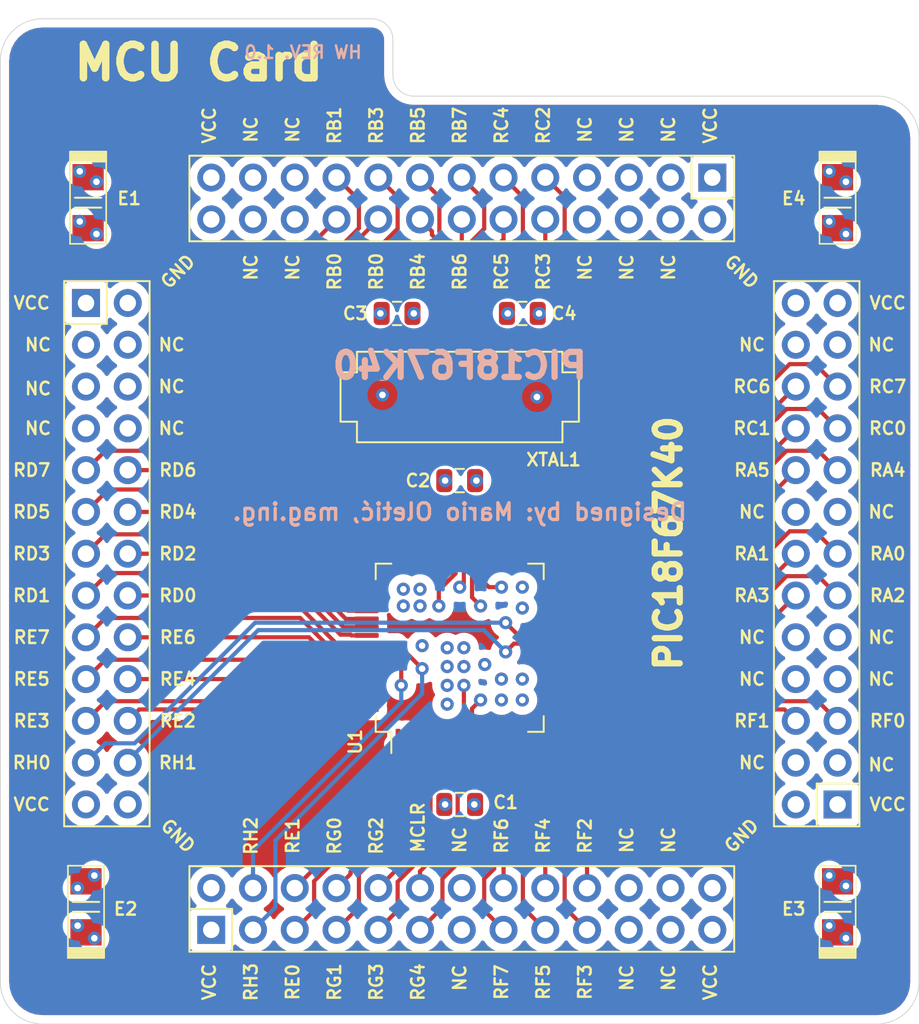
<source format=kicad_pcb>
(kicad_pcb (version 20171130) (host pcbnew "(5.1.2)-2")
  (layers (0 F.Cu signal) (1 In1.Cu signal) (2 In2.Cu signal) (31 B.Cu signal) (34 B.Paste user) (35 F.Paste user) (36 B.SilkS user) (37 F.SilkS user) (38 B.Mask user) (39 F.Mask user) (44 Edge.Cuts user))
  (net 0 "")
  (net 1 "Net-(CN1-Pad7)")
  (net 2 "Net-(CN1-Pad6)")
  (net 3 "Net-(CN1-Pad3)")
  (net 4 "Net-(CN1-Pad4)")
  (net 5 "Net-(CN1-Pad8)")
  (net 6 "Net-(CN1-Pad5)")
  (net 7 "Net-(CN2-Pad13)")
  (net 8 "Net-(CN2-Pad23)")
  (net 9 "Net-(CN2-Pad14)")
  (net 10 "Net-(CN2-Pad21)")
  (net 11 "Net-(CN2-Pad24)")
  (net 12 "Net-(CN2-Pad22)")
  (net 13 "Net-(CN3-Pad16)")
  (net 14 "Net-(CN3-Pad8)")
  (net 15 "Net-(CN3-Pad15)")
  (net 16 "Net-(CN3-Pad4)")
  (net 17 "Net-(CN3-Pad23)")
  (net 18 "Net-(CN3-Pad3)")
  (net 19 "Net-(CN3-Pad10)")
  (net 20 "Net-(CN3-Pad24)")
  (net 21 "Net-(CN3-Pad7)")
  (net 22 "Net-(CN3-Pad9)")
  (net 23 "Net-(CN4-Pad22)")
  (net 24 "Net-(CN4-Pad7)")
  (net 25 "Net-(CN4-Pad24)")
  (net 26 "Net-(CN4-Pad6)")
  (net 27 "Net-(CN4-Pad21)")
  (net 28 "Net-(CN4-Pad3)")
  (net 29 "Net-(CN4-Pad23)")
  (net 30 "Net-(CN4-Pad4)")
  (net 31 "Net-(CN4-Pad8)")
  (net 32 "Net-(CN4-Pad5)")
  (net 33 VCC)
  (net 34 GND)
  (net 35 "Net-(C3-Pad1)")
  (net 36 "Net-(C4-Pad1)")
  (net 37 /RE1)
  (net 38 /RE0)
  (net 39 /RG0)
  (net 40 /RG1)
  (net 41 /RG2)
  (net 42 /RG3)
  (net 43 /MCLR)
  (net 44 /RG4)
  (net 45 /RF7)
  (net 46 /RF6)
  (net 47 /RF5)
  (net 48 /RF4)
  (net 49 /RF3)
  (net 50 /RF2)
  (net 51 /RF1)
  (net 52 /RF0)
  (net 53 /RG7)
  (net 54 /RG6)
  (net 55 /RA3)
  (net 56 /RA2)
  (net 57 /RA1)
  (net 58 /RA0)
  (net 59 /RH1)
  (net 60 /RH0)
  (net 61 /RA5)
  (net 62 /RA4)
  (net 63 /RC1)
  (net 64 /RC0)
  (net 65 /RC5)
  (net 66 /RC7)
  (net 67 /RC2)
  (net 68 /RC3)
  (net 69 /RC4)
  (net 70 /RB7)
  (net 71 /RB6)
  (net 72 /RB5)
  (net 73 /RB4)
  (net 74 /RB3)
  (net 75 /RB2)
  (net 76 /RB1)
  (net 77 /RB0)
  (net 78 /RD7)
  (net 79 /RD6)
  (net 80 /RD5)
  (net 81 /RD3)
  (net 82 /RD2)
  (net 83 /RD1)
  (net 84 /RH3)
  (net 85 /RH2)
  (net 86 /RD0)
  (net 87 /RE7)
  (net 88 /RE6)
  (net 89 /RE5)
  (net 90 /RE4)
  (net 91 /RE3)
  (net 92 /RE2)
  (net 93 /RD4)
  (net 94 /RC6)
  (module mikroLib_footprints:SocketPin_2x13_2.54mm (layer F.Cu) (at 83.947 133.985)
    (fp_text reference CN1 hide)
    (fp_text value PinSocket_2x13_2.54mm hide)
    (pad 19 thru_hole oval (at -2.54 22.86) (size 1.7 1.7) (drill 1) (layers *.Cu *.Mask) (net 89 /RE5))
    (pad 22 thru_hole oval (at 0 25.4) (size 1.7 1.7) (drill 1) (layers *.Cu *.Mask) (net 92 /RE2))
    (pad 2 thru_hole oval (at 0 0) (size 1.7 1.7) (drill 1) (layers *.Cu *.Mask) (net 34 GND))
    (pad 9 thru_hole oval (at -2.54 10.16) (size 1.7 1.7) (drill 1) (layers *.Cu *.Mask) (net 78 /RD7))
    (pad 20 thru_hole oval (at 0 22.86) (size 1.7 1.7) (drill 1) (layers *.Cu *.Mask) (net 90 /RE4))
    (pad 7 thru_hole oval (at -2.54 7.62) (size 1.7 1.7) (drill 1) (layers *.Cu *.Mask) (net 1 "Net-(CN1-Pad7)"))
    (pad 18 thru_hole oval (at 0 20.32) (size 1.7 1.7) (drill 1) (layers *.Cu *.Mask) (net 88 /RE6))
    (pad 24 thru_hole oval (at 0 27.94) (size 1.7 1.7) (drill 1) (layers *.Cu *.Mask) (net 59 /RH1))
    (pad 6 thru_hole oval (at 0 5.08) (size 1.7 1.7) (drill 1) (layers *.Cu *.Mask) (net 2 "Net-(CN1-Pad6)"))
    (pad 11 thru_hole oval (at -2.54 12.7) (size 1.7 1.7) (drill 1) (layers *.Cu *.Mask) (net 80 /RD5))
    (pad 17 thru_hole oval (at -2.54 20.32) (size 1.7 1.7) (drill 1) (layers *.Cu *.Mask) (net 87 /RE7))
    (pad 21 thru_hole oval (at -2.54 25.4) (size 1.7 1.7) (drill 1) (layers *.Cu *.Mask) (net 91 /RE3))
    (pad 10 thru_hole oval (at 0 10.16) (size 1.7 1.7) (drill 1) (layers *.Cu *.Mask) (net 79 /RD6))
    (pad 3 thru_hole oval (at -2.54 2.54) (size 1.7 1.7) (drill 1) (layers *.Cu *.Mask) (net 3 "Net-(CN1-Pad3)"))
    (pad 1 thru_hole rect (at -2.54 0) (size 1.7 1.7) (drill 1) (layers *.Cu *.Mask) (net 33 VCC))
    (pad 14 thru_hole oval (at 0 15.24) (size 1.7 1.7) (drill 1) (layers *.Cu *.Mask) (net 82 /RD2))
    (pad 26 thru_hole oval (at 0 30.48) (size 1.7 1.7) (drill 1) (layers *.Cu *.Mask) (net 34 GND))
    (pad 23 thru_hole oval (at -2.54 27.94) (size 1.7 1.7) (drill 1) (layers *.Cu *.Mask) (net 60 /RH0))
    (pad 4 thru_hole oval (at 0 2.54) (size 1.7 1.7) (drill 1) (layers *.Cu *.Mask) (net 4 "Net-(CN1-Pad4)"))
    (pad 25 thru_hole oval (at -2.54 30.48) (size 1.7 1.7) (drill 1) (layers *.Cu *.Mask) (net 33 VCC))
    (pad 15 thru_hole oval (at -2.54 17.78) (size 1.7 1.7) (drill 1) (layers *.Cu *.Mask) (net 83 /RD1))
    (pad 13 thru_hole oval (at -2.54 15.24) (size 1.7 1.7) (drill 1) (layers *.Cu *.Mask) (net 81 /RD3))
    (pad 8 thru_hole oval (at 0 7.62) (size 1.7 1.7) (drill 1) (layers *.Cu *.Mask) (net 5 "Net-(CN1-Pad8)"))
    (pad 5 thru_hole oval (at -2.54 5.08) (size 1.7 1.7) (drill 1) (layers *.Cu *.Mask) (net 6 "Net-(CN1-Pad5)"))
    (pad 16 thru_hole oval (at 0 17.78) (size 1.7 1.7) (drill 1) (layers *.Cu *.Mask) (net 86 /RD0))
    (pad 12 thru_hole oval (at 0 12.7) (size 1.7 1.7) (drill 1) (layers *.Cu *.Mask) (net 93 /RD4))
  )
  (module mikroLib_footprints:SocketPin_2x13_2.54mm (layer F.Cu) (at 89.027 169.545 90)
    (fp_text reference CN2 hide)
    (fp_text value PinSocket_2x13_2.54mm hide)
    (pad 12 thru_hole oval (at 0 12.7 90) (size 1.7 1.7) (drill 1) (layers *.Cu *.Mask) (net 43 /MCLR))
    (pad 16 thru_hole oval (at 0 17.78 90) (size 1.7 1.7) (drill 1) (layers *.Cu *.Mask) (net 46 /RF6))
    (pad 5 thru_hole oval (at -2.54 5.08 90) (size 1.7 1.7) (drill 1) (layers *.Cu *.Mask) (net 38 /RE0))
    (pad 8 thru_hole oval (at 0 7.62 90) (size 1.7 1.7) (drill 1) (layers *.Cu *.Mask) (net 39 /RG0))
    (pad 13 thru_hole oval (at -2.54 15.24 90) (size 1.7 1.7) (drill 1) (layers *.Cu *.Mask) (net 7 "Net-(CN2-Pad13)"))
    (pad 15 thru_hole oval (at -2.54 17.78 90) (size 1.7 1.7) (drill 1) (layers *.Cu *.Mask) (net 45 /RF7))
    (pad 25 thru_hole oval (at -2.54 30.48 90) (size 1.7 1.7) (drill 1) (layers *.Cu *.Mask) (net 33 VCC))
    (pad 4 thru_hole oval (at 0 2.54 90) (size 1.7 1.7) (drill 1) (layers *.Cu *.Mask) (net 85 /RH2))
    (pad 23 thru_hole oval (at -2.54 27.94 90) (size 1.7 1.7) (drill 1) (layers *.Cu *.Mask) (net 8 "Net-(CN2-Pad23)"))
    (pad 26 thru_hole oval (at 0 30.48 90) (size 1.7 1.7) (drill 1) (layers *.Cu *.Mask) (net 34 GND))
    (pad 14 thru_hole oval (at 0 15.24 90) (size 1.7 1.7) (drill 1) (layers *.Cu *.Mask) (net 9 "Net-(CN2-Pad14)"))
    (pad 1 thru_hole rect (at -2.54 0 90) (size 1.7 1.7) (drill 1) (layers *.Cu *.Mask) (net 33 VCC))
    (pad 3 thru_hole oval (at -2.54 2.54 90) (size 1.7 1.7) (drill 1) (layers *.Cu *.Mask) (net 84 /RH3))
    (pad 10 thru_hole oval (at 0 10.16 90) (size 1.7 1.7) (drill 1) (layers *.Cu *.Mask) (net 41 /RG2))
    (pad 21 thru_hole oval (at -2.54 25.4 90) (size 1.7 1.7) (drill 1) (layers *.Cu *.Mask) (net 10 "Net-(CN2-Pad21)"))
    (pad 17 thru_hole oval (at -2.54 20.32 90) (size 1.7 1.7) (drill 1) (layers *.Cu *.Mask) (net 47 /RF5))
    (pad 11 thru_hole oval (at -2.54 12.7 90) (size 1.7 1.7) (drill 1) (layers *.Cu *.Mask) (net 44 /RG4))
    (pad 6 thru_hole oval (at 0 5.08 90) (size 1.7 1.7) (drill 1) (layers *.Cu *.Mask) (net 37 /RE1))
    (pad 24 thru_hole oval (at 0 27.94 90) (size 1.7 1.7) (drill 1) (layers *.Cu *.Mask) (net 11 "Net-(CN2-Pad24)"))
    (pad 18 thru_hole oval (at 0 20.32 90) (size 1.7 1.7) (drill 1) (layers *.Cu *.Mask) (net 48 /RF4))
    (pad 7 thru_hole oval (at -2.54 7.62 90) (size 1.7 1.7) (drill 1) (layers *.Cu *.Mask) (net 40 /RG1))
    (pad 20 thru_hole oval (at 0 22.86 90) (size 1.7 1.7) (drill 1) (layers *.Cu *.Mask) (net 50 /RF2))
    (pad 9 thru_hole oval (at -2.54 10.16 90) (size 1.7 1.7) (drill 1) (layers *.Cu *.Mask) (net 42 /RG3))
    (pad 2 thru_hole oval (at 0 0 90) (size 1.7 1.7) (drill 1) (layers *.Cu *.Mask) (net 34 GND))
    (pad 22 thru_hole oval (at 0 25.4 90) (size 1.7 1.7) (drill 1) (layers *.Cu *.Mask) (net 12 "Net-(CN2-Pad22)"))
    (pad 19 thru_hole oval (at -2.54 22.86 90) (size 1.7 1.7) (drill 1) (layers *.Cu *.Mask) (net 49 /RF3))
  )
  (module mikroLib_footprints:SocketPin_2x13_2.54mm (layer F.Cu) (at 124.587 164.465 180)
    (fp_text reference CN3 hide)
    (fp_text value PinSocket_2x13_2.54mm hide)
    (pad 12 thru_hole oval (at 0 12.7 180) (size 1.7 1.7) (drill 1) (layers *.Cu *.Mask) (net 55 /RA3))
    (pad 16 thru_hole oval (at 0 17.78 180) (size 1.7 1.7) (drill 1) (layers *.Cu *.Mask) (net 13 "Net-(CN3-Pad16)"))
    (pad 5 thru_hole oval (at -2.54 5.08 180) (size 1.7 1.7) (drill 1) (layers *.Cu *.Mask) (net 52 /RF0))
    (pad 8 thru_hole oval (at 0 7.62 180) (size 1.7 1.7) (drill 1) (layers *.Cu *.Mask) (net 14 "Net-(CN3-Pad8)"))
    (pad 13 thru_hole oval (at -2.54 15.24 180) (size 1.7 1.7) (drill 1) (layers *.Cu *.Mask) (net 58 /RA0))
    (pad 15 thru_hole oval (at -2.54 17.78 180) (size 1.7 1.7) (drill 1) (layers *.Cu *.Mask) (net 15 "Net-(CN3-Pad15)"))
    (pad 25 thru_hole oval (at -2.54 30.48 180) (size 1.7 1.7) (drill 1) (layers *.Cu *.Mask) (net 33 VCC))
    (pad 4 thru_hole oval (at 0 2.54 180) (size 1.7 1.7) (drill 1) (layers *.Cu *.Mask) (net 16 "Net-(CN3-Pad4)"))
    (pad 23 thru_hole oval (at -2.54 27.94 180) (size 1.7 1.7) (drill 1) (layers *.Cu *.Mask) (net 17 "Net-(CN3-Pad23)"))
    (pad 26 thru_hole oval (at 0 30.48 180) (size 1.7 1.7) (drill 1) (layers *.Cu *.Mask) (net 34 GND))
    (pad 14 thru_hole oval (at 0 15.24 180) (size 1.7 1.7) (drill 1) (layers *.Cu *.Mask) (net 57 /RA1))
    (pad 1 thru_hole rect (at -2.54 0 180) (size 1.7 1.7) (drill 1) (layers *.Cu *.Mask) (net 33 VCC))
    (pad 3 thru_hole oval (at -2.54 2.54 180) (size 1.7 1.7) (drill 1) (layers *.Cu *.Mask) (net 18 "Net-(CN3-Pad3)"))
    (pad 10 thru_hole oval (at 0 10.16 180) (size 1.7 1.7) (drill 1) (layers *.Cu *.Mask) (net 19 "Net-(CN3-Pad10)"))
    (pad 21 thru_hole oval (at -2.54 25.4 180) (size 1.7 1.7) (drill 1) (layers *.Cu *.Mask) (net 66 /RC7))
    (pad 17 thru_hole oval (at -2.54 20.32 180) (size 1.7 1.7) (drill 1) (layers *.Cu *.Mask) (net 62 /RA4))
    (pad 11 thru_hole oval (at -2.54 12.7 180) (size 1.7 1.7) (drill 1) (layers *.Cu *.Mask) (net 56 /RA2))
    (pad 6 thru_hole oval (at 0 5.08 180) (size 1.7 1.7) (drill 1) (layers *.Cu *.Mask) (net 51 /RF1))
    (pad 24 thru_hole oval (at 0 27.94 180) (size 1.7 1.7) (drill 1) (layers *.Cu *.Mask) (net 20 "Net-(CN3-Pad24)"))
    (pad 18 thru_hole oval (at 0 20.32 180) (size 1.7 1.7) (drill 1) (layers *.Cu *.Mask) (net 61 /RA5))
    (pad 7 thru_hole oval (at -2.54 7.62 180) (size 1.7 1.7) (drill 1) (layers *.Cu *.Mask) (net 21 "Net-(CN3-Pad7)"))
    (pad 20 thru_hole oval (at 0 22.86 180) (size 1.7 1.7) (drill 1) (layers *.Cu *.Mask) (net 63 /RC1))
    (pad 9 thru_hole oval (at -2.54 10.16 180) (size 1.7 1.7) (drill 1) (layers *.Cu *.Mask) (net 22 "Net-(CN3-Pad9)"))
    (pad 2 thru_hole oval (at 0 0 180) (size 1.7 1.7) (drill 1) (layers *.Cu *.Mask) (net 34 GND))
    (pad 22 thru_hole oval (at 0 25.4 180) (size 1.7 1.7) (drill 1) (layers *.Cu *.Mask) (net 94 /RC6))
    (pad 19 thru_hole oval (at -2.54 22.86 180) (size 1.7 1.7) (drill 1) (layers *.Cu *.Mask) (net 64 /RC0))
  )
  (module mikroLib_footprints:SocketPin_2x13_2.54mm (layer F.Cu) (at 119.507 128.905 270)
    (fp_text reference CN4 hide)
    (fp_text value PinSocket_2x13_2.54mm hide)
    (pad 19 thru_hole oval (at -2.54 22.86 270) (size 1.7 1.7) (drill 1) (layers *.Cu *.Mask) (net 76 /RB1))
    (pad 22 thru_hole oval (at 0 25.4 270) (size 1.7 1.7) (drill 1) (layers *.Cu *.Mask) (net 23 "Net-(CN4-Pad22)"))
    (pad 2 thru_hole oval (at 0 0 270) (size 1.7 1.7) (drill 1) (layers *.Cu *.Mask) (net 34 GND))
    (pad 9 thru_hole oval (at -2.54 10.16 270) (size 1.7 1.7) (drill 1) (layers *.Cu *.Mask) (net 67 /RC2))
    (pad 20 thru_hole oval (at 0 22.86 270) (size 1.7 1.7) (drill 1) (layers *.Cu *.Mask) (net 77 /RB0))
    (pad 7 thru_hole oval (at -2.54 7.62 270) (size 1.7 1.7) (drill 1) (layers *.Cu *.Mask) (net 24 "Net-(CN4-Pad7)"))
    (pad 18 thru_hole oval (at 0 20.32 270) (size 1.7 1.7) (drill 1) (layers *.Cu *.Mask) (net 75 /RB2))
    (pad 24 thru_hole oval (at 0 27.94 270) (size 1.7 1.7) (drill 1) (layers *.Cu *.Mask) (net 25 "Net-(CN4-Pad24)"))
    (pad 6 thru_hole oval (at 0 5.08 270) (size 1.7 1.7) (drill 1) (layers *.Cu *.Mask) (net 26 "Net-(CN4-Pad6)"))
    (pad 11 thru_hole oval (at -2.54 12.7 270) (size 1.7 1.7) (drill 1) (layers *.Cu *.Mask) (net 69 /RC4))
    (pad 17 thru_hole oval (at -2.54 20.32 270) (size 1.7 1.7) (drill 1) (layers *.Cu *.Mask) (net 74 /RB3))
    (pad 21 thru_hole oval (at -2.54 25.4 270) (size 1.7 1.7) (drill 1) (layers *.Cu *.Mask) (net 27 "Net-(CN4-Pad21)"))
    (pad 10 thru_hole oval (at 0 10.16 270) (size 1.7 1.7) (drill 1) (layers *.Cu *.Mask) (net 68 /RC3))
    (pad 3 thru_hole oval (at -2.54 2.54 270) (size 1.7 1.7) (drill 1) (layers *.Cu *.Mask) (net 28 "Net-(CN4-Pad3)"))
    (pad 1 thru_hole rect (at -2.54 0 270) (size 1.7 1.7) (drill 1) (layers *.Cu *.Mask) (net 33 VCC))
    (pad 14 thru_hole oval (at 0 15.24 270) (size 1.7 1.7) (drill 1) (layers *.Cu *.Mask) (net 71 /RB6))
    (pad 26 thru_hole oval (at 0 30.48 270) (size 1.7 1.7) (drill 1) (layers *.Cu *.Mask) (net 34 GND))
    (pad 23 thru_hole oval (at -2.54 27.94 270) (size 1.7 1.7) (drill 1) (layers *.Cu *.Mask) (net 29 "Net-(CN4-Pad23)"))
    (pad 4 thru_hole oval (at 0 2.54 270) (size 1.7 1.7) (drill 1) (layers *.Cu *.Mask) (net 30 "Net-(CN4-Pad4)"))
    (pad 25 thru_hole oval (at -2.54 30.48 270) (size 1.7 1.7) (drill 1) (layers *.Cu *.Mask) (net 33 VCC))
    (pad 15 thru_hole oval (at -2.54 17.78 270) (size 1.7 1.7) (drill 1) (layers *.Cu *.Mask) (net 72 /RB5))
    (pad 13 thru_hole oval (at -2.54 15.24 270) (size 1.7 1.7) (drill 1) (layers *.Cu *.Mask) (net 70 /RB7))
    (pad 8 thru_hole oval (at 0 7.62 270) (size 1.7 1.7) (drill 1) (layers *.Cu *.Mask) (net 31 "Net-(CN4-Pad8)"))
    (pad 5 thru_hole oval (at -2.54 5.08 270) (size 1.7 1.7) (drill 1) (layers *.Cu *.Mask) (net 32 "Net-(CN4-Pad5)"))
    (pad 16 thru_hole oval (at 0 17.78 270) (size 1.7 1.7) (drill 1) (layers *.Cu *.Mask) (net 73 /RB4))
    (pad 12 thru_hole oval (at 0 12.7 270) (size 1.7 1.7) (drill 1) (layers *.Cu *.Mask) (net 65 /RC5))
  )
  (module TQFP-64_10x10mm_P0.5mm (layer F.Cu) (at 104.14 154.94 90)
    (fp_text reference U1 (at -5.715 -6.35 90) (layer F.SilkS) (effects (font (size 0.762 0.762))))
    (fp_text value PIC18F67K40 hide)
    (pad 1 smd roundrect (at -5.6625 -3.75 90) (size 1.475 0.3) (layers F.Cu F.Paste F.Mask) (net 37 /RE1))
    (pad 2 smd roundrect (at -5.6625 -3.25 90) (size 1.475 0.3) (layers F.Cu F.Paste F.Mask) (net 38 /RE0))
    (pad 3 smd roundrect (at -5.6625 -2.75 90) (size 1.475 0.3) (layers F.Cu F.Paste F.Mask) (net 39 /RG0))
    (pad 4 smd roundrect (at -5.6625 -2.25 90) (size 1.475 0.3) (layers F.Cu F.Paste F.Mask) (net 40 /RG1))
    (pad 5 smd roundrect (at -5.6625 -1.75 90) (size 1.475 0.3) (layers F.Cu F.Paste F.Mask) (net 41 /RG2))
    (pad 6 smd roundrect (at -5.6625 -1.25 90) (size 1.475 0.3) (layers F.Cu F.Paste F.Mask) (net 42 /RG3))
    (pad 7 smd roundrect (at -5.6625 -0.75 90) (size 1.475 0.3) (layers F.Cu F.Paste F.Mask) (net 43 /MCLR))
    (pad 8 smd roundrect (at -5.6625 -0.25 90) (size 1.475 0.3) (layers F.Cu F.Paste F.Mask) (net 44 /RG4))
    (pad 9 smd roundrect (at -5.6625 0.25 90) (size 1.475 0.3) (layers F.Cu F.Paste F.Mask) (net 34 GND))
    (pad 10 smd roundrect (at -5.6625 0.75 90) (size 1.475 0.3) (layers F.Cu F.Paste F.Mask) (net 33 VCC))
    (pad 11 smd roundrect (at -5.6625 1.25 90) (size 1.475 0.3) (layers F.Cu F.Paste F.Mask) (net 45 /RF7))
    (pad 12 smd roundrect (at -5.6625 1.75 90) (size 1.475 0.3) (layers F.Cu F.Paste F.Mask) (net 46 /RF6))
    (pad 13 smd roundrect (at -5.6625 2.25 90) (size 1.475 0.3) (layers F.Cu F.Paste F.Mask) (net 47 /RF5))
    (pad 14 smd roundrect (at -5.6625 2.75 90) (size 1.475 0.3) (layers F.Cu F.Paste F.Mask) (net 48 /RF4))
    (pad 15 smd roundrect (at -5.6625 3.25 90) (size 1.475 0.3) (layers F.Cu F.Paste F.Mask) (net 49 /RF3))
    (pad 16 smd roundrect (at -5.6625 3.75 90) (size 1.475 0.3) (layers F.Cu F.Paste F.Mask) (net 50 /RF2))
    (pad 17 smd roundrect (at -3.75 5.6625 90) (size 0.3 1.475) (layers F.Cu F.Paste F.Mask) (net 51 /RF1))
    (pad 18 smd roundrect (at -3.25 5.6625 90) (size 0.3 1.475) (layers F.Cu F.Paste F.Mask) (net 52 /RF0))
    (pad 19 smd roundrect (at -2.75 5.6625 90) (size 0.3 1.475) (layers F.Cu F.Paste F.Mask) (net 53 /RG7))
    (pad 20 smd roundrect (at -2.25 5.6625 90) (size 0.3 1.475) (layers F.Cu F.Paste F.Mask) (net 54 /RG6))
    (pad 21 smd roundrect (at -1.75 5.6625 90) (size 0.3 1.475) (layers F.Cu F.Paste F.Mask) (net 55 /RA3))
    (pad 22 smd roundrect (at -1.25 5.6625 90) (size 0.3 1.475) (layers F.Cu F.Paste F.Mask) (net 56 /RA2))
    (pad 23 smd roundrect (at -0.75 5.6625 90) (size 0.3 1.475) (layers F.Cu F.Paste F.Mask) (net 57 /RA1))
    (pad 24 smd roundrect (at -0.25 5.6625 90) (size 0.3 1.475) (layers F.Cu F.Paste F.Mask) (net 58 /RA0))
    (pad 25 smd roundrect (at 0.25 5.6625 90) (size 0.3 1.475) (layers F.Cu F.Paste F.Mask) (net 59 /RH1))
    (pad 26 smd roundrect (at 0.75 5.6625 90) (size 0.3 1.475) (layers F.Cu F.Paste F.Mask) (net 60 /RH0))
    (pad 27 smd roundrect (at 1.25 5.6625 90) (size 0.3 1.475) (layers F.Cu F.Paste F.Mask) (net 61 /RA5))
    (pad 28 smd roundrect (at 1.75 5.6625 90) (size 0.3 1.475) (layers F.Cu F.Paste F.Mask) (net 62 /RA4))
    (pad 29 smd roundrect (at 2.25 5.6625 90) (size 0.3 1.475) (layers F.Cu F.Paste F.Mask) (net 63 /RC1))
    (pad 30 smd roundrect (at 2.75 5.6625 90) (size 0.3 1.475) (layers F.Cu F.Paste F.Mask) (net 64 /RC0))
    (pad 31 smd roundrect (at 3.25 5.6625 90) (size 0.3 1.475) (layers F.Cu F.Paste F.Mask) (net 94 /RC6))
    (pad 32 smd roundrect (at 3.75 5.6625 90) (size 0.3 1.475) (layers F.Cu F.Paste F.Mask) (net 66 /RC7))
    (pad 33 smd roundrect (at 5.6625 3.75 90) (size 1.475 0.3) (layers F.Cu F.Paste F.Mask) (net 67 /RC2))
    (pad 34 smd roundrect (at 5.6625 3.25 90) (size 1.475 0.3) (layers F.Cu F.Paste F.Mask) (net 68 /RC3))
    (pad 35 smd roundrect (at 5.6625 2.75 90) (size 1.475 0.3) (layers F.Cu F.Paste F.Mask) (net 69 /RC4))
    (pad 36 smd roundrect (at 5.6625 2.25 90) (size 1.475 0.3) (layers F.Cu F.Paste F.Mask) (net 65 /RC5))
    (pad 37 smd roundrect (at 5.6625 1.75 90) (size 1.475 0.3) (layers F.Cu F.Paste F.Mask) (net 70 /RB7))
    (pad 38 smd roundrect (at 5.6625 1.25 90) (size 1.475 0.3) (layers F.Cu F.Paste F.Mask) (net 33 VCC))
    (pad 39 smd roundrect (at 5.6625 0.75 90) (size 1.475 0.3) (layers F.Cu F.Paste F.Mask) (net 36 "Net-(C4-Pad1)"))
    (pad 40 smd roundrect (at 5.6625 0.25 90) (size 1.475 0.3) (layers F.Cu F.Paste F.Mask) (net 35 "Net-(C3-Pad1)"))
    (pad 41 smd roundrect (at 5.6625 -0.25 90) (size 1.475 0.3) (layers F.Cu F.Paste F.Mask) (net 34 GND))
    (pad 42 smd roundrect (at 5.6625 -0.75 90) (size 1.475 0.3) (layers F.Cu F.Paste F.Mask) (net 71 /RB6))
    (pad 43 smd roundrect (at 5.6625 -1.25 90) (size 1.475 0.3) (layers F.Cu F.Paste F.Mask) (net 72 /RB5))
    (pad 44 smd roundrect (at 5.6625 -1.75 90) (size 1.475 0.3) (layers F.Cu F.Paste F.Mask) (net 73 /RB4))
    (pad 45 smd roundrect (at 5.6625 -2.25 90) (size 1.475 0.3) (layers F.Cu F.Paste F.Mask) (net 74 /RB3))
    (pad 46 smd roundrect (at 5.6625 -2.75 90) (size 1.475 0.3) (layers F.Cu F.Paste F.Mask) (net 75 /RB2))
    (pad 47 smd roundrect (at 5.6625 -3.25 90) (size 1.475 0.3) (layers F.Cu F.Paste F.Mask) (net 76 /RB1))
    (pad 48 smd roundrect (at 5.6625 -3.75 90) (size 1.475 0.3) (layers F.Cu F.Paste F.Mask) (net 77 /RB0))
    (pad 49 smd roundrect (at 3.75 -5.6625 90) (size 0.3 1.475) (layers F.Cu F.Paste F.Mask) (net 78 /RD7))
    (pad 50 smd roundrect (at 3.25 -5.6625 90) (size 0.3 1.475) (layers F.Cu F.Paste F.Mask) (net 79 /RD6))
    (pad 51 smd roundrect (at 2.75 -5.6625 90) (size 0.3 1.475) (layers F.Cu F.Paste F.Mask) (net 80 /RD5))
    (pad 52 smd roundrect (at 2.25 -5.6625 90) (size 0.3 1.475) (layers F.Cu F.Paste F.Mask) (net 93 /RD4))
    (pad 53 smd roundrect (at 1.75 -5.6625 90) (size 0.3 1.475) (layers F.Cu F.Paste F.Mask) (net 81 /RD3))
    (pad 54 smd roundrect (at 1.25 -5.6625 90) (size 0.3 1.475) (layers F.Cu F.Paste F.Mask) (net 82 /RD2))
    (pad 55 smd roundrect (at 0.75 -5.6625 90) (size 0.3 1.475) (layers F.Cu F.Paste F.Mask) (net 83 /RD1))
    (pad 56 smd roundrect (at 0.25 -5.6625 90) (size 0.3 1.475) (layers F.Cu F.Paste F.Mask) (net 84 /RH3))
    (pad 57 smd roundrect (at -0.25 -5.6625 90) (size 0.3 1.475) (layers F.Cu F.Paste F.Mask) (net 85 /RH2))
    (pad 58 smd roundrect (at -0.75 -5.6625 90) (size 0.3 1.475) (layers F.Cu F.Paste F.Mask) (net 86 /RD0))
    (pad 59 smd roundrect (at -1.25 -5.6625 90) (size 0.3 1.475) (layers F.Cu F.Paste F.Mask) (net 87 /RE7))
    (pad 60 smd roundrect (at -1.75 -5.6625 90) (size 0.3 1.475) (layers F.Cu F.Paste F.Mask) (net 88 /RE6))
    (pad 61 smd roundrect (at -2.25 -5.6625 90) (size 0.3 1.475) (layers F.Cu F.Paste F.Mask) (net 89 /RE5))
    (pad 62 smd roundrect (at -2.75 -5.6625 90) (size 0.3 1.475) (layers F.Cu F.Paste F.Mask) (net 90 /RE4))
    (pad 63 smd roundrect (at -3.25 -5.6625 90) (size 0.3 1.475) (layers F.Cu F.Paste F.Mask) (net 91 /RE3))
    (pad 64 smd roundrect (at -3.75 -5.6625 90) (size 0.3 1.475) (layers F.Cu F.Paste F.Mask) (net 92 /RE2))
  )
  (module Capacitor_SMD:C_0805_2012Metric (layer F.Cu) (at 104.14 164.465 180)
    (fp_text reference C1 (at -2.794 0.127) (layer F.SilkS) (effects (font (size 0.762 0.762))))
    (fp_text value C hide)
    (pad 1 smd roundrect (at -0.9375 0 180) (size 0.975 1.4) (layers F.Cu F.Paste F.Mask) (net 33 VCC))
    (pad 2 smd roundrect (at 0.9375 0 180) (size 0.975 1.4) (layers F.Cu F.Paste F.Mask) (net 34 GND))
  )
  (module Capacitor_SMD:C_0805_2012Metric (layer F.Cu) (at 104.14 144.78 180)
    (fp_text reference C2 (at 2.54 0) (layer F.SilkS) (effects (font (size 0.762 0.762))))
    (fp_text value C hide)
    (pad 2 smd roundrect (at 0.9375 0 180) (size 0.975 1.4) (layers F.Cu F.Paste F.Mask) (net 34 GND))
    (pad 1 smd roundrect (at -0.9375 0 180) (size 0.975 1.4) (layers F.Cu F.Paste F.Mask) (net 33 VCC))
  )
  (module Capacitor_SMD:C_0805_2012Metric (layer F.Cu) (at 100.33 134.62)
    (fp_text reference C3 (at -2.54 0) (layer F.SilkS) (effects (font (size 0.762 0.762))))
    (fp_text value C hide)
    (pad 1 smd roundrect (at -0.9375 0) (size 0.975 1.4) (layers F.Cu F.Paste F.Mask) (net 35 "Net-(C3-Pad1)"))
    (pad 2 smd roundrect (at 0.9375 0) (size 0.975 1.4) (layers F.Cu F.Paste F.Mask) (net 34 GND))
  )
  (module Capacitor_SMD:C_0805_2012Metric (layer F.Cu) (at 107.95 134.62 180)
    (fp_text reference C4 (at -2.54 0) (layer F.SilkS) (effects (font (size 0.762 0.762))))
    (fp_text value C hide)
    (pad 2 smd roundrect (at 0.9375 0 180) (size 0.975 1.4) (layers F.Cu F.Paste F.Mask) (net 34 GND))
    (pad 1 smd roundrect (at -0.9375 0 180) (size 0.975 1.4) (layers F.Cu F.Paste F.Mask) (net 36 "Net-(C4-Pad1)"))
  )
  (module mikroLib_footprints:CAP_TANTALUM (layer F.Cu) (at 81.534 127.889 270)
    (fp_text reference E1 (at -0.254 -2.5) (layer F.SilkS) (effects (font (size 0.762 0.762))))
    (fp_text value Capacitor_T1206 hide)
    (pad 1 smd rect (at -1.55 0 270) (size 1.6 1.9) (layers F.Cu F.Paste F.Mask) (net 33 VCC))
    (pad 2 smd rect (at 1.55 0 270) (size 1.6 1.9) (layers F.Cu F.Paste F.Mask) (net 34 GND))
  )
  (module mikroLib_footprints:CAP_TANTALUM (layer F.Cu) (at 81.407 170.688 90)
    (fp_text reference E2 (at -0.127 2.413 180) (layer F.SilkS) (effects (font (size 0.762 0.762))))
    (fp_text value Capacitor_T1206 hide)
    (pad 2 smd rect (at 1.55 0 90) (size 1.6 1.9) (layers F.Cu F.Paste F.Mask) (net 34 GND))
    (pad 1 smd rect (at -1.55 0 90) (size 1.6 1.9) (layers F.Cu F.Paste F.Mask) (net 33 VCC))
  )
  (module mikroLib_footprints:CAP_TANTALUM (layer F.Cu) (at 127.127 170.688 90)
    (fp_text reference E3 (at -0.127 -2.667 180) (layer F.SilkS) (effects (font (size 0.762 0.762))))
    (fp_text value Capacitor_T1206 hide)
    (pad 1 smd rect (at -1.55 0 90) (size 1.6 1.9) (layers F.Cu F.Paste F.Mask) (net 33 VCC))
    (pad 2 smd rect (at 1.55 0 90) (size 1.6 1.9) (layers F.Cu F.Paste F.Mask) (net 34 GND))
  )
  (module mikroLib_footprints:CAP_TANTALUM (layer F.Cu) (at 127.127 127.889 270)
    (fp_text reference E4 (at -0.254 2.667) (layer F.SilkS) (effects (font (size 0.762 0.762))))
    (fp_text value Capacitor_T1206 hide)
    (pad 2 smd rect (at 1.55 0 270) (size 1.6 1.9) (layers F.Cu F.Paste F.Mask) (net 34 GND))
    (pad 1 smd rect (at -1.55 0 270) (size 1.6 1.9) (layers F.Cu F.Paste F.Mask) (net 33 VCC))
  )
  (module mikroLib_footprints:QuartzCrystal_HC49 (layer F.Cu) (at 104.14 139.7 180)
    (fp_text reference XTAL1 (at -5.715 -3.81) (layer F.SilkS) (effects (font (size 0.762 0.762))))
    (fp_text value QuartzCrystal_SMD hide)
    (pad 1 smd rect (at -4.25 0 180) (size 5.5 2) (layers F.Cu F.Paste F.Mask) (net 36 "Net-(C4-Pad1)"))
    (pad 2 smd rect (at 4.25 0 180) (size 5.5 2) (layers F.Cu F.Paste F.Mask) (net 35 "Net-(C3-Pad1)"))
  )
  (gr_text PIC18F67K40 (at 104.14 137.795) (layer B.SilkS) (effects (font (size 1.524 1.524) (thickness 0.381)) (justify mirror)))
  (gr_text "Designed by: Mario Oletić, mag.ing." (at 104.14 146.685) (layer B.SilkS) (effects (font (size 1.016 1.016) (thickness 0.2032)) (justify mirror)))
  (gr_text "HW REV. 1.0" (at 94.615 118.745) (layer B.SilkS) (effects (font (size 0.762 0.762)) (justify mirror)))
  (gr_text PIC18F67K40 (at 116.84 148.59 90) (layer F.SilkS) (effects (font (size 1.524 1.524) (thickness 0.381))))
  (gr_text NC (at 116.84 131.826 90) (layer F.SilkS) (effects (font (size 0.762 0.762))))
  (gr_text NC (at 114.3 131.826 90) (layer F.SilkS) (effects (font (size 0.762 0.762))))
  (gr_text NC (at 111.76 131.826 90) (layer F.SilkS) (effects (font (size 0.762 0.762))))
  (gr_text RC3 (at 109.22 132.08 90) (layer F.SilkS) (effects (font (size 0.762 0.762))))
  (gr_text RC5 (at 106.68 132.08 90) (layer F.SilkS) (effects (font (size 0.762 0.762))))
  (gr_text RB6 (at 104.14 132.08 90) (layer F.SilkS) (effects (font (size 0.762 0.762))))
  (gr_text RB4 (at 101.6 132.08 90) (layer F.SilkS) (effects (font (size 0.762 0.762))))
  (gr_text RB0 (at 99.06 132.08 90) (layer F.SilkS) (effects (font (size 0.762 0.762))))
  (gr_text RB0 (at 96.52 132.08 90) (layer F.SilkS) (effects (font (size 0.762 0.762))))
  (gr_text NC (at 93.98 131.826 90) (layer F.SilkS) (effects (font (size 0.762 0.762))))
  (gr_text NC (at 91.44 131.826 90) (layer F.SilkS) (effects (font (size 0.762 0.762))))
  (gr_text VCC (at 88.9 123.19 90) (layer F.SilkS) (effects (font (size 0.762 0.762))))
  (gr_text NC (at 91.44 123.444 90) (layer F.SilkS) (effects (font (size 0.762 0.762))))
  (gr_text NC (at 93.98 123.444 90) (layer F.SilkS) (effects (font (size 0.762 0.762))))
  (gr_text RB1 (at 96.52 123.19 90) (layer F.SilkS) (effects (font (size 0.762 0.762))))
  (gr_text RB3 (at 99.06 123.19 90) (layer F.SilkS) (effects (font (size 0.762 0.762))))
  (gr_text RB5 (at 101.6 123.19 90) (layer F.SilkS) (effects (font (size 0.762 0.762))))
  (gr_text RB7 (at 104.14 123.19 90) (layer F.SilkS) (effects (font (size 0.762 0.762))))
  (gr_text RC4 (at 106.68 123.19 90) (layer F.SilkS) (effects (font (size 0.762 0.762))))
  (gr_text RC2 (at 109.22 123.19 90) (layer F.SilkS) (effects (font (size 0.762 0.762))))
  (gr_text NC (at 111.76 123.444 90) (layer F.SilkS) (effects (font (size 0.762 0.762))))
  (gr_text NC (at 114.3 123.444 90) (layer F.SilkS) (effects (font (size 0.762 0.762))))
  (gr_text NC (at 116.84 123.444 90) (layer F.SilkS) (effects (font (size 0.762 0.762))))
  (gr_text VCC (at 119.38 123.19 90) (layer F.SilkS) (effects (font (size 0.762 0.762))))
  (gr_text GND (at 121.285 132.08 -45) (layer F.SilkS) (effects (font (size 0.762 0.762))))
  (gr_text NC (at 121.92 136.525) (layer F.SilkS) (effects (font (size 0.762 0.762))))
  (gr_text RC6 (at 121.92 139.065) (layer F.SilkS) (effects (font (size 0.762 0.762))))
  (gr_text RC1 (at 121.92 141.605) (layer F.SilkS) (effects (font (size 0.762 0.762))))
  (gr_text RA5 (at 121.92 144.145) (layer F.SilkS) (effects (font (size 0.762 0.762))))
  (gr_text NC (at 121.92 146.685) (layer F.SilkS) (effects (font (size 0.762 0.762))))
  (gr_text RA1 (at 121.92 149.225) (layer F.SilkS) (effects (font (size 0.762 0.762))))
  (gr_text RA3 (at 121.92 151.765) (layer F.SilkS) (effects (font (size 0.762 0.762))))
  (gr_text NC (at 121.92 154.305) (layer F.SilkS) (effects (font (size 0.762 0.762))))
  (gr_text NC (at 121.92 156.845) (layer F.SilkS) (effects (font (size 0.762 0.762))))
  (gr_text RF1 (at 121.92 159.385) (layer F.SilkS) (effects (font (size 0.762 0.762))))
  (gr_text NC (at 121.92 161.925) (layer F.SilkS) (effects (font (size 0.762 0.762))))
  (gr_text VCC (at 130.175 133.985) (layer F.SilkS) (effects (font (size 0.762 0.762))))
  (gr_text NC (at 129.794 136.525) (layer F.SilkS) (effects (font (size 0.762 0.762))))
  (gr_text RC7 (at 130.175 139.065) (layer F.SilkS) (effects (font (size 0.762 0.762))))
  (gr_text RC0 (at 130.175 141.605) (layer F.SilkS) (effects (font (size 0.762 0.762))))
  (gr_text RA4 (at 130.175 144.145) (layer F.SilkS) (effects (font (size 0.762 0.762))))
  (gr_text NC (at 129.794 146.685) (layer F.SilkS) (effects (font (size 0.762 0.762))))
  (gr_text RA0 (at 130.175 149.225) (layer F.SilkS) (effects (font (size 0.762 0.762))))
  (gr_text RA2 (at 130.175 151.765) (layer F.SilkS) (effects (font (size 0.762 0.762))))
  (gr_text NC (at 129.794 154.305) (layer F.SilkS) (effects (font (size 0.762 0.762))))
  (gr_text NC (at 129.794 156.845) (layer F.SilkS) (effects (font (size 0.762 0.762))))
  (gr_text RF0 (at 130.175 159.385) (layer F.SilkS) (effects (font (size 0.762 0.762))))
  (gr_text NC (at 129.794 162.052) (layer F.SilkS) (effects (font (size 0.762 0.762))))
  (gr_text VCC (at 130.175 164.465) (layer F.SilkS) (effects (font (size 0.762 0.762))))
  (gr_text RH2 (at 91.44 166.37 90) (layer F.SilkS) (effects (font (size 0.762 0.762))))
  (gr_text RE1 (at 93.98 166.37 90) (layer F.SilkS) (effects (font (size 0.762 0.762))))
  (gr_text RG0 (at 96.52 166.37 90) (layer F.SilkS) (effects (font (size 0.762 0.762))))
  (gr_text RG2 (at 99.06 166.37 90) (layer F.SilkS) (effects (font (size 0.762 0.762))))
  (gr_text MCLR (at 101.6 165.862 90) (layer F.SilkS) (effects (font (size 0.762 0.762))))
  (gr_text NC (at 104.14 166.624 90) (layer F.SilkS) (effects (font (size 0.762 0.762))))
  (gr_text RF6 (at 106.68 166.37 90) (layer F.SilkS) (effects (font (size 0.762 0.762))))
  (gr_text RF4 (at 109.22 166.37 90) (layer F.SilkS) (effects (font (size 0.762 0.762))))
  (gr_text RF2 (at 111.76 166.37 90) (layer F.SilkS) (effects (font (size 0.762 0.762))))
  (gr_text NC (at 114.3 166.624 90) (layer F.SilkS) (effects (font (size 0.762 0.762))))
  (gr_text NC (at 116.84 166.624 90) (layer F.SilkS) (effects (font (size 0.762 0.762))))
  (gr_text GND (at 121.285 166.37 45) (layer F.SilkS) (effects (font (size 0.762 0.762))))
  (gr_text VCC (at 119.38 175.26 90) (layer F.SilkS) (effects (font (size 0.762 0.762))))
  (gr_text NC (at 116.84 175.006 90) (layer F.SilkS) (effects (font (size 0.762 0.762))))
  (gr_text NC (at 114.3 175.006 90) (layer F.SilkS) (effects (font (size 0.762 0.762))))
  (gr_text RF3 (at 111.76 175.26 90) (layer F.SilkS) (effects (font (size 0.762 0.762))))
  (gr_text RF5 (at 109.22 175.26 90) (layer F.SilkS) (effects (font (size 0.762 0.762))))
  (gr_text RF7 (at 106.68 175.26 90) (layer F.SilkS) (effects (font (size 0.762 0.762))))
  (gr_text NC (at 104.14 175.006 90) (layer F.SilkS) (effects (font (size 0.762 0.762))))
  (gr_text RG4 (at 101.6 175.26 90) (layer F.SilkS) (effects (font (size 0.762 0.762))))
  (gr_text RG3 (at 99.06 175.26 90) (layer F.SilkS) (effects (font (size 0.762 0.762))))
  (gr_text RG1 (at 96.52 175.26 90) (layer F.SilkS) (effects (font (size 0.762 0.762))))
  (gr_text RE0 (at 93.98 175.26 90) (layer F.SilkS) (effects (font (size 0.762 0.762))))
  (gr_text RH3 (at 91.44 175.26 90) (layer F.SilkS) (effects (font (size 0.762 0.762))))
  (gr_text VCC (at 88.9 175.26 90) (layer F.SilkS) (effects (font (size 0.762 0.762))))
  (gr_text VCC (at 78.105 164.465) (layer F.SilkS) (effects (font (size 0.762 0.762))))
  (gr_text RH0 (at 78.105 161.925) (layer F.SilkS) (effects (font (size 0.762 0.762))))
  (gr_text RE3 (at 78.105 159.385) (layer F.SilkS) (effects (font (size 0.762 0.762))))
  (gr_text RE5 (at 78.105 156.845) (layer F.SilkS) (effects (font (size 0.762 0.762))))
  (gr_text RE7 (at 78.105 154.305) (layer F.SilkS) (effects (font (size 0.762 0.762))))
  (gr_text RD1 (at 78.105 151.765) (layer F.SilkS) (effects (font (size 0.762 0.762))))
  (gr_text RD3 (at 78.105 149.225) (layer F.SilkS) (effects (font (size 0.762 0.762))))
  (gr_text RD5 (at 78.105 146.685) (layer F.SilkS) (effects (font (size 0.762 0.762))))
  (gr_text RD7 (at 78.105 144.145) (layer F.SilkS) (effects (font (size 0.762 0.762))))
  (gr_text GND (at 86.995 166.37 -45) (layer F.SilkS) (effects (font (size 0.762 0.762))))
  (gr_text RH1 (at 86.995 161.925) (layer F.SilkS) (effects (font (size 0.762 0.762))))
  (gr_text RE2 (at 86.995 159.385) (layer F.SilkS) (effects (font (size 0.762 0.762))))
  (gr_text RE4 (at 86.995 156.845) (layer F.SilkS) (effects (font (size 0.762 0.762))))
  (gr_text RE6 (at 86.995 154.305) (layer F.SilkS) (effects (font (size 0.762 0.762))))
  (gr_text RD0 (at 86.995 151.765) (layer F.SilkS) (effects (font (size 0.762 0.762))))
  (gr_text RD2 (at 86.995 149.225) (layer F.SilkS) (effects (font (size 0.762 0.762))))
  (gr_text RD4 (at 86.995 146.685) (layer F.SilkS) (effects (font (size 0.762 0.762))))
  (gr_text RD6 (at 86.995 144.145) (layer F.SilkS) (effects (font (size 0.762 0.762))))
  (gr_text NC (at 78.486 141.605) (layer F.SilkS) (effects (font (size 0.762 0.762))))
  (gr_text NC (at 78.486 139.192) (layer F.SilkS) (effects (font (size 0.762 0.762))))
  (gr_text NC (at 78.486 136.525) (layer F.SilkS) (effects (font (size 0.762 0.762))))
  (gr_text NC (at 86.614 141.605) (layer F.SilkS) (effects (font (size 0.762 0.762))))
  (gr_text NC (at 86.614 139.065) (layer F.SilkS) (effects (font (size 0.762 0.762))))
  (gr_text NC (at 86.614 136.525) (layer F.SilkS) (effects (font (size 0.762 0.762))))
  (gr_text GND (at 86.995 132.08 45) (layer F.SilkS) (effects (font (size 0.762 0.762))))
  (gr_text VCC (at 78.105 133.985) (layer F.SilkS) (effects (font (size 0.762 0.762))))
  (gr_text "MCU Card" (at 88.265 119.38) (layer F.SilkS) (effects (font (size 2.032 2.032) (thickness 0.4572))))
  (gr_arc (start 101.346 120.142) (end 100.076 120.142) (angle -90) (layer Edge.Cuts) (width 0.05))
  (gr_arc (start 98.806 117.983) (end 100.076 117.983) (angle -90) (layer Edge.Cuts) (width 0.05))
  (gr_arc (start 78.74 119.253) (end 78.74 116.713) (angle -90) (layer Edge.Cuts) (width 0.05))
  (gr_arc (start 129.54 123.952) (end 132.08 123.952) (angle -90) (layer Edge.Cuts) (width 0.05))
  (gr_arc (start 78.74 175.26) (end 76.2 175.26) (angle -90) (layer Edge.Cuts) (width 0.05))
  (gr_arc (start 129.54 175.26) (end 129.54 177.8) (angle -90) (layer Edge.Cuts) (width 0.05))
  (gr_line (start 100.076 117.983) (end 100.076 120.142) (layer Edge.Cuts) (width 0.05))
  (gr_line (start 129.54 121.412) (end 101.346 121.412) (layer Edge.Cuts) (width 0.05))
  (gr_line (start 78.74 116.713) (end 98.806 116.713) (layer Edge.Cuts) (width 0.05))
  (gr_line (start 132.08 175.26) (end 132.08 123.952) (layer Edge.Cuts) (width 0.05))
  (gr_line (start 76.2 175.26) (end 76.2 119.253) (layer Edge.Cuts) (width 0.05))
  (gr_line (start 78.74 177.8) (end 129.54 177.8) (layer Edge.Cuts) (width 0.05))
  (via (at 81.915 172.593) (size 0.8) (drill 0.4) (layers F.Cu B.Cu) (net 33))
  (via (at 127.635 169.418) (size 0.8) (drill 0.4) (layers F.Cu B.Cu) (net 34))
  (via (at 127.635 172.593) (size 0.8) (drill 0.4) (layers F.Cu B.Cu) (net 33))
  (via (at 127.635 126.619) (size 0.8) (drill 0.4) (layers F.Cu B.Cu) (net 33))
  (via (at 81.915 168.783) (size 0.8) (drill 0.4) (layers F.Cu B.Cu) (net 34))
  (via (at 126.619 129.032) (size 0.8) (drill 0.4) (layers F.Cu B.Cu) (net 34))
  (via (at 82.042 129.794) (size 0.8) (drill 0.4) (layers F.Cu B.Cu) (net 34))
  (via (at 82.042 126.619) (size 0.8) (drill 0.4) (layers F.Cu B.Cu) (net 33))
  (via (at 101.854 154.813) (size 0.8) (drill 0.4) (layers F.Cu B.Cu) (net 33))
  (via (at 105.664 155.956) (size 0.8) (drill 0.4) (layers F.Cu B.Cu) (net 33))
  (via (at 106.68 158.115) (size 0.8) (drill 0.4) (layers F.Cu B.Cu) (net 33))
  (via (at 107.95 158.115) (size 0.8) (drill 0.4) (layers F.Cu B.Cu) (net 33))
  (via (at 106.68 156.845) (size 0.8) (drill 0.4) (layers F.Cu B.Cu) (net 33))
  (via (at 107.95 156.845) (size 0.8) (drill 0.4) (layers F.Cu B.Cu) (net 33))
  (via (at 107.95 151.257) (size 0.8) (drill 0.4) (layers F.Cu B.Cu) (net 33))
  (via (at 107.95 152.527) (size 0.8) (drill 0.4) (layers F.Cu B.Cu) (net 33))
  (via (at 105.156 144.78) (size 0.8) (drill 0.4) (layers F.Cu B.Cu) (net 33))
  (via (at 106.68 151.257) (size 0.8) (drill 0.4) (layers F.Cu B.Cu) (net 33))
  (via (at 105.41 158.115) (size 0.8) (drill 0.4) (layers F.Cu B.Cu) (net 33))
  (via (at 81.026 125.984) (size 0.8) (drill 0.4) (layers F.Cu B.Cu) (net 33))
  (via (at 126.619 125.984) (size 0.8) (drill 0.4) (layers F.Cu B.Cu) (net 33))
  (via (at 126.619 171.831) (size 0.8) (drill 0.4) (layers F.Cu B.Cu) (net 33))
  (via (at 80.899 171.831) (size 0.8) (drill 0.4) (layers F.Cu B.Cu) (net 33))
  (via (at 105.029 164.465) (size 0.8) (drill 0.4) (layers F.Cu B.Cu) (net 33))
  (segment (start 104.89 158.635) (end 105.41 158.115) (width 0.254) (layer F.Cu) (net 33))
  (segment (start 104.89 160.6025) (end 104.89 158.635) (width 0.254) (layer F.Cu) (net 33))
  (segment (start 105.39 149.2775) (end 105.39 150.729) (width 0.254) (layer F.Cu) (net 33))
  (segment (start 105.918 151.257) (end 106.68 151.257) (width 0.254) (layer F.Cu) (net 33))
  (segment (start 105.39 150.729) (end 105.918 151.257) (width 0.254) (layer F.Cu) (net 33))
  (via (at 104.394 156.083) (size 0.8) (drill 0.4) (layers F.Cu B.Cu) (net 34))
  (via (at 104.394 154.94) (size 0.8) (drill 0.4) (layers F.Cu B.Cu) (net 34))
  (via (at 101.727 152.4) (size 0.8) (drill 0.4) (layers F.Cu B.Cu) (net 34))
  (via (at 101.727 151.384) (size 0.8) (drill 0.4) (layers F.Cu B.Cu) (net 34))
  (via (at 103.378 154.94) (size 0.8) (drill 0.4) (layers F.Cu B.Cu) (net 34))
  (via (at 103.378 156.083) (size 0.8) (drill 0.4) (layers F.Cu B.Cu) (net 34))
  (via (at 103.378 157.226) (size 0.8) (drill 0.4) (layers F.Cu B.Cu) (net 34))
  (via (at 103.378 158.369) (size 0.8) (drill 0.4) (layers F.Cu B.Cu) (net 34))
  (via (at 100.711 151.384) (size 0.8) (drill 0.4) (layers F.Cu B.Cu) (net 34))
  (via (at 100.711 152.4) (size 0.8) (drill 0.4) (layers F.Cu B.Cu) (net 34))
  (via (at 81.026 129.032) (size 0.8) (drill 0.4) (layers F.Cu B.Cu) (net 34))
  (via (at 127.635 129.794) (size 0.8) (drill 0.4) (layers F.Cu B.Cu) (net 34))
  (via (at 126.619 168.783) (size 0.8) (drill 0.4) (layers F.Cu B.Cu) (net 34))
  (via (at 80.899 169.545) (size 0.8) (drill 0.4) (layers F.Cu B.Cu) (net 34))
  (via (at 104.394 157.226) (size 0.8) (drill 0.4) (layers F.Cu B.Cu) (net 34))
  (via (at 102.87 152.4) (size 0.8) (drill 0.4) (layers F.Cu B.Cu) (net 34))
  (via (at 107.061 134.62) (size 0.8) (drill 0.4) (layers F.Cu B.Cu) (net 34))
  (via (at 101.346 134.62) (size 0.8) (drill 0.4) (layers F.Cu B.Cu) (net 34))
  (via (at 103.251 144.78) (size 0.8) (drill 0.4) (layers F.Cu B.Cu) (net 34))
  (via (at 103.251 164.465) (size 0.8) (drill 0.4) (layers F.Cu B.Cu) (net 34))
  (segment (start 104.39 157.23) (end 104.394 157.226) (width 0.254) (layer F.Cu) (net 34))
  (segment (start 104.394 160.5985) (end 104.39 160.6025) (width 0.254) (layer F.Cu) (net 34))
  (segment (start 104.394 157.226) (end 104.394 160.5985) (width 0.254) (layer F.Cu) (net 34))
  (segment (start 102.87 151.834315) (end 102.87 152.4) (width 0.254) (layer F.Cu) (net 34))
  (segment (start 102.87 151.451038) (end 102.87 151.834315) (width 0.254) (layer F.Cu) (net 34))
  (segment (start 103.89 150.431038) (end 102.87 151.451038) (width 0.254) (layer F.Cu) (net 34))
  (segment (start 103.89 149.2775) (end 103.89 150.431038) (width 0.254) (layer F.Cu) (net 34))
  (via (at 104.14 151.257) (size 0.8) (drill 0.4) (layers F.Cu B.Cu) (net 35))
  (via (at 99.441 139.573) (size 0.8) (drill 0.4) (layers F.Cu B.Cu) (net 35))
  (via (at 99.314 134.62) (size 0.8) (drill 0.4) (layers F.Cu B.Cu) (net 35))
  (segment (start 104.39 151.007) (end 104.14 151.257) (width 0.254) (layer F.Cu) (net 35))
  (segment (start 104.39 149.2775) (end 104.39 151.007) (width 0.254) (layer F.Cu) (net 35))
  (via (at 105.41 152.4) (size 0.8) (drill 0.4) (layers F.Cu B.Cu) (net 36))
  (via (at 108.966 134.62) (size 0.8) (drill 0.4) (layers F.Cu B.Cu) (net 36))
  (via (at 108.839 139.7) (size 0.8) (drill 0.4) (layers F.Cu B.Cu) (net 36))
  (segment (start 104.89 149.2775) (end 104.89 148.856) (width 0.254) (layer F.Cu) (net 36))
  (segment (start 104.89 148.856) (end 104.91299 148.83301) (width 0.254) (layer F.Cu) (net 36))
  (segment (start 104.89 151.88) (end 105.41 152.4) (width 0.254) (layer F.Cu) (net 36))
  (segment (start 104.89 149.2775) (end 104.89 151.88) (width 0.254) (layer F.Cu) (net 36))
  (segment (start 100.16929 161.487172) (end 99.62199 162.034471) (width 0.254) (layer F.Cu) (net 37))
  (segment (start 100.39 160.6025) (end 100.16929 160.82321) (width 0.254) (layer F.Cu) (net 37))
  (segment (start 100.16929 160.82321) (end 100.16929 161.487172) (width 0.254) (layer F.Cu) (net 37))
  (segment (start 99.62199 162.034471) (end 99.62199 164.79201) (width 0.254) (layer F.Cu) (net 37))
  (segment (start 99.568 164.846) (end 99.568 164.965934) (width 0.254) (layer F.Cu) (net 37))
  (segment (start 99.62199 164.79201) (end 99.568 164.846) (width 0.254) (layer F.Cu) (net 37))
  (segment (start 99.568 164.965934) (end 97.147934 167.386) (width 0.254) (layer F.Cu) (net 37))
  (segment (start 96.266 167.386) (end 94.107 169.545) (width 0.254) (layer F.Cu) (net 37))
  (segment (start 97.147934 167.386) (end 96.266 167.386) (width 0.254) (layer F.Cu) (net 37))
  (segment (start 94.956999 171.235001) (end 94.107 172.085) (width 0.254) (layer F.Cu) (net 38))
  (segment (start 95.284001 169.129999) (end 95.284001 170.907999) (width 0.254) (layer F.Cu) (net 38))
  (segment (start 100.89 160.6025) (end 100.89 161.408528) (width 0.254) (layer F.Cu) (net 38))
  (segment (start 100.89 161.408528) (end 100.076 162.222528) (width 0.254) (layer F.Cu) (net 38))
  (segment (start 100.076 162.222528) (end 100.076 165.1) (width 0.254) (layer F.Cu) (net 38))
  (segment (start 100.076 165.1) (end 97.282 167.894) (width 0.254) (layer F.Cu) (net 38))
  (segment (start 97.282 167.894) (end 96.52 167.894) (width 0.254) (layer F.Cu) (net 38))
  (segment (start 95.284001 170.907999) (end 94.956999 171.235001) (width 0.254) (layer F.Cu) (net 38))
  (segment (start 96.52 167.894) (end 95.284001 169.129999) (width 0.254) (layer F.Cu) (net 38))
  (segment (start 97.496999 168.695001) (end 96.647 169.545) (width 0.254) (layer F.Cu) (net 39))
  (segment (start 97.496999 168.560935) (end 97.496999 168.695001) (width 0.254) (layer F.Cu) (net 39))
  (segment (start 100.54596 165.511974) (end 97.496999 168.560935) (width 0.254) (layer F.Cu) (net 39))
  (segment (start 100.54596 162.569775) (end 100.54596 165.511974) (width 0.254) (layer F.Cu) (net 39))
  (segment (start 101.39 161.725735) (end 100.54596 162.569775) (width 0.254) (layer F.Cu) (net 39))
  (segment (start 101.39 160.6025) (end 101.39 161.725735) (width 0.254) (layer F.Cu) (net 39))
  (segment (start 101.89 161.867801) (end 100.99997 162.757829) (width 0.254) (layer F.Cu) (net 40))
  (segment (start 101.89 160.6025) (end 101.89 161.867801) (width 0.254) (layer F.Cu) (net 40))
  (segment (start 100.99997 162.757829) (end 100.99997 165.70003) (width 0.254) (layer F.Cu) (net 40))
  (segment (start 97.496999 171.235001) (end 96.647 172.085) (width 0.254) (layer F.Cu) (net 40))
  (segment (start 98.009999 170.722001) (end 97.496999 171.235001) (width 0.254) (layer F.Cu) (net 40))
  (segment (start 98.009999 168.690001) (end 98.009999 170.722001) (width 0.254) (layer F.Cu) (net 40))
  (segment (start 100.99997 165.70003) (end 98.009999 168.690001) (width 0.254) (layer F.Cu) (net 40))
  (segment (start 101.45398 167.27802) (end 99.187 169.545) (width 0.254) (layer F.Cu) (net 41))
  (segment (start 101.45398 162.945886) (end 101.45398 167.27802) (width 0.254) (layer F.Cu) (net 41))
  (segment (start 102.39 160.6025) (end 102.39 162.009869) (width 0.254) (layer F.Cu) (net 41))
  (segment (start 102.39 162.009869) (end 101.45398 162.945886) (width 0.254) (layer F.Cu) (net 41))
  (segment (start 100.036999 171.235001) (end 99.187 172.085) (width 0.254) (layer F.Cu) (net 42))
  (segment (start 102.89 160.6025) (end 102.89 162.151934) (width 0.254) (layer F.Cu) (net 42))
  (segment (start 102.89 162.151934) (end 101.90799 163.133943) (width 0.254) (layer F.Cu) (net 42))
  (segment (start 101.90799 163.133943) (end 101.90799 167.622048) (width 0.254) (layer F.Cu) (net 42))
  (segment (start 101.90799 167.622048) (end 100.364001 169.166037) (width 0.254) (layer F.Cu) (net 42))
  (segment (start 100.364001 169.166037) (end 100.364001 170.907999) (width 0.254) (layer F.Cu) (net 42))
  (segment (start 100.364001 170.907999) (end 100.036999 171.235001) (width 0.254) (layer F.Cu) (net 42))
  (segment (start 101.727 168.529) (end 101.727 169.545) (width 0.254) (layer F.Cu) (net 43))
  (segment (start 102.362 167.894) (end 101.727 168.529) (width 0.254) (layer F.Cu) (net 43))
  (segment (start 102.362 163.322) (end 102.362 167.894) (width 0.254) (layer F.Cu) (net 43))
  (segment (start 103.39 160.6025) (end 103.39 162.294) (width 0.254) (layer F.Cu) (net 43))
  (segment (start 103.39 162.294) (end 102.362 163.322) (width 0.254) (layer F.Cu) (net 43))
  (segment (start 103.89 161.408528) (end 103.89 160.6025) (width 0.254) (layer F.Cu) (net 44))
  (segment (start 103.089999 170.722001) (end 103.089999 168.980039) (width 0.254) (layer F.Cu) (net 44))
  (segment (start 101.727 172.085) (end 103.089999 170.722001) (width 0.254) (layer F.Cu) (net 44))
  (segment (start 103.089999 168.980039) (end 104.01701 168.053028) (width 0.254) (layer F.Cu) (net 44))
  (segment (start 104.01701 168.053028) (end 104.01701 163.772332) (width 0.254) (layer F.Cu) (net 44))
  (segment (start 104.01701 163.772332) (end 103.89 163.645322) (width 0.254) (layer F.Cu) (net 44))
  (segment (start 103.89 163.645322) (end 103.89 161.408528) (width 0.254) (layer F.Cu) (net 44))
  (segment (start 105.957001 171.235001) (end 106.807 172.085) (width 0.254) (layer F.Cu) (net 45))
  (segment (start 105.629999 170.907999) (end 105.957001 171.235001) (width 0.254) (layer F.Cu) (net 45))
  (segment (start 105.629999 168.980039) (end 105.629999 170.907999) (width 0.254) (layer F.Cu) (net 45))
  (segment (start 106.242039 168.367999) (end 105.629999 168.980039) (width 0.254) (layer F.Cu) (net 45))
  (segment (start 106.242039 164.122361) (end 106.242039 168.367999) (width 0.254) (layer F.Cu) (net 45))
  (segment (start 105.39 163.270322) (end 106.242039 164.122361) (width 0.254) (layer F.Cu) (net 45))
  (segment (start 105.39 160.6025) (end 105.39 163.270322) (width 0.254) (layer F.Cu) (net 45))
  (segment (start 106.807 168.342919) (end 106.807 169.545) (width 0.254) (layer F.Cu) (net 46))
  (segment (start 106.807 164.045256) (end 106.807 168.342919) (width 0.254) (layer F.Cu) (net 46))
  (segment (start 105.89 163.128256) (end 106.807 164.045256) (width 0.254) (layer F.Cu) (net 46))
  (segment (start 105.89 160.6025) (end 105.89 163.128256) (width 0.254) (layer F.Cu) (net 46))
  (segment (start 108.497001 171.235001) (end 109.347 172.085) (width 0.254) (layer F.Cu) (net 47))
  (segment (start 107.984001 170.722001) (end 108.497001 171.235001) (width 0.254) (layer F.Cu) (net 47))
  (segment (start 107.984001 164.580191) (end 107.984001 170.722001) (width 0.254) (layer F.Cu) (net 47))
  (segment (start 106.39 162.98619) (end 107.984001 164.580191) (width 0.254) (layer F.Cu) (net 47))
  (segment (start 106.39 160.6025) (end 106.39 162.98619) (width 0.254) (layer F.Cu) (net 47))
  (segment (start 109.347 168.342919) (end 109.347 169.545) (width 0.254) (layer F.Cu) (net 48))
  (segment (start 109.347 165.301124) (end 109.347 168.342919) (width 0.254) (layer F.Cu) (net 48))
  (segment (start 106.89 162.844124) (end 109.347 165.301124) (width 0.254) (layer F.Cu) (net 48))
  (segment (start 106.89 160.6025) (end 106.89 162.844124) (width 0.254) (layer F.Cu) (net 48))
  (segment (start 111.037001 171.235001) (end 111.887 172.085) (width 0.254) (layer F.Cu) (net 49))
  (segment (start 110.524001 170.722001) (end 111.037001 171.235001) (width 0.254) (layer F.Cu) (net 49))
  (segment (start 110.524001 165.836059) (end 110.524001 170.722001) (width 0.254) (layer F.Cu) (net 49))
  (segment (start 107.39 162.702058) (end 110.524001 165.836059) (width 0.254) (layer F.Cu) (net 49))
  (segment (start 107.39 160.6025) (end 107.39 162.702058) (width 0.254) (layer F.Cu) (net 49))
  (segment (start 107.89 160.6025) (end 107.89 162.5) (width 0.254) (layer F.Cu) (net 50))
  (segment (start 111.887 168.342919) (end 111.887 169.545) (width 0.254) (layer F.Cu) (net 50))
  (segment (start 111.887 166.556992) (end 111.887 168.342919) (width 0.254) (layer F.Cu) (net 50))
  (segment (start 107.95 162.619992) (end 111.887 166.556992) (width 0.254) (layer F.Cu) (net 50))
  (segment (start 107.95 162.56) (end 107.95 162.619992) (width 0.254) (layer F.Cu) (net 50))
  (segment (start 107.89 162.5) (end 107.95 162.56) (width 0.254) (layer F.Cu) (net 50))
  (segment (start 123.892 158.69) (end 124.587 159.385) (width 0.254) (layer F.Cu) (net 51))
  (segment (start 109.8025 158.69) (end 123.892 158.69) (width 0.254) (layer F.Cu) (net 51))
  (segment (start 125.932 158.19) (end 127 159.258) (width 0.254) (layer F.Cu) (net 52))
  (segment (start 109.8025 158.19) (end 125.932 158.19) (width 0.254) (layer F.Cu) (net 52))
  (segment (start 119.662 156.69) (end 124.587 151.765) (width 0.254) (layer F.Cu) (net 55))
  (segment (start 109.8025 156.69) (end 119.662 156.69) (width 0.254) (layer F.Cu) (net 55))
  (segment (start 126.277001 150.915001) (end 127.127 151.765) (width 0.254) (layer F.Cu) (net 56))
  (segment (start 125.949999 150.587999) (end 126.277001 150.915001) (width 0.254) (layer F.Cu) (net 56))
  (segment (start 124.022039 150.587999) (end 125.949999 150.587999) (width 0.254) (layer F.Cu) (net 56))
  (segment (start 118.420038 156.19) (end 124.022039 150.587999) (width 0.254) (layer F.Cu) (net 56))
  (segment (start 109.8025 156.19) (end 118.420038 156.19) (width 0.254) (layer F.Cu) (net 56))
  (segment (start 118.122 155.69) (end 124.587 149.225) (width 0.254) (layer F.Cu) (net 57))
  (segment (start 109.8025 155.69) (end 118.122 155.69) (width 0.254) (layer F.Cu) (net 57))
  (segment (start 126.277001 148.375001) (end 127.127 149.225) (width 0.254) (layer F.Cu) (net 58))
  (segment (start 125.764001 147.862001) (end 126.277001 148.375001) (width 0.254) (layer F.Cu) (net 58))
  (segment (start 124.208037 147.862001) (end 125.764001 147.862001) (width 0.254) (layer F.Cu) (net 58))
  (segment (start 116.880038 155.19) (end 124.208037 147.862001) (width 0.254) (layer F.Cu) (net 58))
  (segment (start 109.8025 155.19) (end 116.880038 155.19) (width 0.254) (layer F.Cu) (net 58))
  (via (at 106.934 155.194) (size 0.8) (drill 0.4) (layers F.Cu B.Cu) (net 59))
  (segment (start 107.438 154.69) (end 106.934 155.194) (width 0.254) (layer F.Cu) (net 59))
  (segment (start 109.8025 154.69) (end 107.438 154.69) (width 0.254) (layer F.Cu) (net 59))
  (segment (start 83.947 161.805066) (end 83.947 161.925) (width 0.254) (layer B.Cu) (net 59))
  (segment (start 91.882056 153.87001) (end 83.947 161.805066) (width 0.254) (layer B.Cu) (net 59))
  (segment (start 106.934 155.194) (end 105.61001 153.87001) (width 0.254) (layer B.Cu) (net 59))
  (segment (start 105.61001 153.87001) (end 91.882056 153.87001) (width 0.254) (layer B.Cu) (net 59))
  (via (at 106.934 153.416) (size 0.8) (drill 0.4) (layers F.Cu B.Cu) (net 60))
  (segment (start 107.708 154.19) (end 106.934 153.416) (width 0.254) (layer F.Cu) (net 60))
  (segment (start 109.8025 154.19) (end 107.708 154.19) (width 0.254) (layer F.Cu) (net 60))
  (segment (start 86.36 158.75) (end 91.694 153.416) (width 0.254) (layer B.Cu) (net 60))
  (segment (start 84.362001 160.747999) (end 86.36 158.75) (width 0.254) (layer B.Cu) (net 60))
  (segment (start 82.584001 160.747999) (end 84.362001 160.747999) (width 0.254) (layer B.Cu) (net 60))
  (segment (start 81.407 161.925) (end 82.584001 160.747999) (width 0.254) (layer B.Cu) (net 60))
  (segment (start 106.934 153.416) (end 91.694 153.416) (width 0.254) (layer B.Cu) (net 60))
  (segment (start 115.042 153.69) (end 124.587 144.145) (width 0.254) (layer F.Cu) (net 61))
  (segment (start 109.8025 153.69) (end 115.042 153.69) (width 0.254) (layer F.Cu) (net 61))
  (segment (start 126.277001 143.295001) (end 127.127 144.145) (width 0.254) (layer F.Cu) (net 62))
  (segment (start 125.949999 142.967999) (end 126.277001 143.295001) (width 0.254) (layer F.Cu) (net 62))
  (segment (start 124.022039 142.967999) (end 125.949999 142.967999) (width 0.254) (layer F.Cu) (net 62))
  (segment (start 113.800038 153.19) (end 124.022039 142.967999) (width 0.254) (layer F.Cu) (net 62))
  (segment (start 109.8025 153.19) (end 113.800038 153.19) (width 0.254) (layer F.Cu) (net 62))
  (segment (start 123.737001 142.454999) (end 124.587 141.605) (width 0.254) (layer F.Cu) (net 63))
  (segment (start 113.502 152.69) (end 123.737001 142.454999) (width 0.254) (layer F.Cu) (net 63))
  (segment (start 109.8025 152.69) (end 113.502 152.69) (width 0.254) (layer F.Cu) (net 63))
  (segment (start 112.214058 152.19) (end 109.8025 152.19) (width 0.254) (layer F.Cu) (net 64))
  (segment (start 127.127 141.605) (end 125.949999 140.427999) (width 0.254) (layer F.Cu) (net 64))
  (segment (start 125.949999 140.427999) (end 124.022039 140.427999) (width 0.254) (layer F.Cu) (net 64))
  (segment (start 123.364019 141.040039) (end 112.214058 152.19) (width 0.254) (layer F.Cu) (net 64))
  (segment (start 123.409999 141.040039) (end 123.364019 141.040039) (width 0.254) (layer F.Cu) (net 64))
  (segment (start 124.022039 140.427999) (end 123.409999 141.040039) (width 0.254) (layer F.Cu) (net 64))
  (segment (start 106.88001 146.492057) (end 106.88001 143.575943) (width 0.254) (layer F.Cu) (net 65))
  (segment (start 106.39 149.2775) (end 106.39 146.982066) (width 0.254) (layer F.Cu) (net 65))
  (segment (start 106.39 146.982066) (end 106.88001 146.492057) (width 0.254) (layer F.Cu) (net 65))
  (segment (start 106.88001 143.575943) (end 105.17502 141.870953) (width 0.254) (layer F.Cu) (net 65))
  (segment (start 106.807 130.107081) (end 106.807 128.905) (width 0.254) (layer F.Cu) (net 65))
  (segment (start 105.17502 131.739061) (end 106.807 130.107081) (width 0.254) (layer F.Cu) (net 65))
  (segment (start 105.17502 141.870953) (end 105.17502 131.739061) (width 0.254) (layer F.Cu) (net 65))
  (segment (start 123.19 138.720038) (end 123.19 139.819934) (width 0.254) (layer F.Cu) (net 66))
  (segment (start 124.208037 137.702001) (end 123.19 138.720038) (width 0.254) (layer F.Cu) (net 66))
  (segment (start 127.127 139.065) (end 125.764001 137.702001) (width 0.254) (layer F.Cu) (net 66))
  (segment (start 125.764001 137.702001) (end 124.208037 137.702001) (width 0.254) (layer F.Cu) (net 66))
  (segment (start 111.819934 151.19) (end 109.8025 151.19) (width 0.254) (layer F.Cu) (net 66))
  (segment (start 123.19 139.819934) (end 111.819934 151.19) (width 0.254) (layer F.Cu) (net 66))
  (segment (start 110.524001 131.591869) (end 110.524001 127.542001) (width 0.254) (layer F.Cu) (net 67))
  (segment (start 112.710056 133.777924) (end 110.524001 131.591869) (width 0.254) (layer F.Cu) (net 67))
  (segment (start 112.97601 134.043877) (end 112.710056 133.777924) (width 0.254) (layer F.Cu) (net 67))
  (segment (start 110.524001 127.542001) (end 109.347 126.365) (width 0.254) (layer F.Cu) (net 67))
  (segment (start 107.89 149.2775) (end 108.24204 148.92546) (width 0.254) (layer F.Cu) (net 67))
  (segment (start 108.24204 143.994092) (end 109.342112 142.89402) (width 0.254) (layer F.Cu) (net 67))
  (segment (start 109.342112 142.89402) (end 111.374114 142.89402) (width 0.254) (layer F.Cu) (net 67))
  (segment (start 111.374114 142.89402) (end 112.97601 141.292124) (width 0.254) (layer F.Cu) (net 67))
  (segment (start 108.24204 148.92546) (end 108.24204 143.994092) (width 0.254) (layer F.Cu) (net 67))
  (segment (start 112.97601 141.292124) (end 112.97601 134.043877) (width 0.254) (layer F.Cu) (net 67))
  (segment (start 109.347 131.056934) (end 109.347 128.905) (width 0.254) (layer F.Cu) (net 68))
  (segment (start 112.522 134.231934) (end 109.347 131.056934) (width 0.254) (layer F.Cu) (net 68))
  (segment (start 112.522 141.104067) (end 112.522 134.231934) (width 0.254) (layer F.Cu) (net 68))
  (segment (start 109.154056 142.44001) (end 111.186057 142.44001) (width 0.254) (layer F.Cu) (net 68))
  (segment (start 107.39 149.2775) (end 107.39 147.267999) (width 0.254) (layer F.Cu) (net 68))
  (segment (start 111.186057 142.44001) (end 112.522 141.104067) (width 0.254) (layer F.Cu) (net 68))
  (segment (start 107.442 147.215999) (end 107.442 147.214199) (width 0.254) (layer F.Cu) (net 68))
  (segment (start 107.442 147.214199) (end 107.78803 146.868171) (width 0.254) (layer F.Cu) (net 68))
  (segment (start 107.78803 146.868171) (end 107.78803 143.806036) (width 0.254) (layer F.Cu) (net 68))
  (segment (start 107.39 147.267999) (end 107.442 147.215999) (width 0.254) (layer F.Cu) (net 68))
  (segment (start 107.78803 143.806036) (end 109.154056 142.44001) (width 0.254) (layer F.Cu) (net 68))
  (segment (start 107.984001 127.542001) (end 107.656999 127.214999) (width 0.254) (layer F.Cu) (net 69))
  (segment (start 107.984001 130.336001) (end 107.984001 127.542001) (width 0.254) (layer F.Cu) (net 69))
  (segment (start 112.014 134.366) (end 107.984001 130.336001) (width 0.254) (layer F.Cu) (net 69))
  (segment (start 112.014 140.97) (end 112.014 134.366) (width 0.254) (layer F.Cu) (net 69))
  (segment (start 107.656999 127.214999) (end 106.807 126.365) (width 0.254) (layer F.Cu) (net 69))
  (segment (start 106.89 149.2775) (end 106.89 147.124132) (width 0.254) (layer F.Cu) (net 69))
  (segment (start 106.89 147.124132) (end 107.33402 146.680114) (width 0.254) (layer F.Cu) (net 69))
  (segment (start 107.33402 146.680114) (end 107.33402 143.61798) (width 0.254) (layer F.Cu) (net 69))
  (segment (start 107.33402 143.61798) (end 108.966 141.986) (width 0.254) (layer F.Cu) (net 69))
  (segment (start 108.966 141.986) (end 110.998 141.986) (width 0.254) (layer F.Cu) (net 69))
  (segment (start 110.998 141.986) (end 112.014 140.97) (width 0.254) (layer F.Cu) (net 69))
  (segment (start 105.89 149.126) (end 105.89 149.2775) (width 0.254) (layer F.Cu) (net 70))
  (segment (start 105.91299 149.10301) (end 105.89 149.126) (width 0.254) (layer F.Cu) (net 70))
  (segment (start 105.91299 146.81701) (end 105.91299 149.10301) (width 0.254) (layer F.Cu) (net 70))
  (segment (start 106.426 146.304) (end 105.91299 146.81701) (width 0.254) (layer F.Cu) (net 70))
  (segment (start 106.426 143.764) (end 106.426 146.304) (width 0.254) (layer F.Cu) (net 70))
  (segment (start 104.72101 142.05901) (end 106.426 143.764) (width 0.254) (layer F.Cu) (net 70))
  (segment (start 105.629999 127.727999) (end 105.629999 129.469961) (width 0.254) (layer F.Cu) (net 70))
  (segment (start 104.267 126.365) (end 105.629999 127.727999) (width 0.254) (layer F.Cu) (net 70))
  (segment (start 105.629999 129.469961) (end 104.902 130.19796) (width 0.254) (layer F.Cu) (net 70))
  (segment (start 104.902 130.19796) (end 104.902 130.302) (width 0.254) (layer F.Cu) (net 70))
  (segment (start 104.902 130.302) (end 104.72101 130.48299) (width 0.254) (layer F.Cu) (net 70))
  (segment (start 104.72101 130.48299) (end 104.72101 142.05901) (width 0.254) (layer F.Cu) (net 70))
  (segment (start 104.267 143.129) (end 104.267 128.905) (width 0.254) (layer F.Cu) (net 71))
  (segment (start 103.39 149.2775) (end 103.39 147.078) (width 0.254) (layer F.Cu) (net 71))
  (segment (start 103.39 147.078) (end 102.108 145.796) (width 0.254) (layer F.Cu) (net 71))
  (segment (start 102.108 145.796) (end 102.108 143.764) (width 0.254) (layer F.Cu) (net 71))
  (segment (start 102.108 143.764) (end 102.362 143.51) (width 0.254) (layer F.Cu) (net 71))
  (segment (start 102.362 143.51) (end 103.886 143.51) (width 0.254) (layer F.Cu) (net 71))
  (segment (start 103.886 143.51) (end 104.267 143.129) (width 0.254) (layer F.Cu) (net 71))
  (segment (start 102.904001 127.542001) (end 102.576999 127.214999) (width 0.254) (layer F.Cu) (net 72))
  (segment (start 102.904001 129.647011) (end 102.904001 127.542001) (width 0.254) (layer F.Cu) (net 72))
  (segment (start 103.81299 142.82101) (end 103.81299 130.556) (width 0.254) (layer F.Cu) (net 72))
  (segment (start 103.81299 130.556) (end 102.904001 129.647011) (width 0.254) (layer F.Cu) (net 72))
  (segment (start 102.89 147.220066) (end 101.65399 145.984057) (width 0.254) (layer F.Cu) (net 72))
  (segment (start 102.89 149.2775) (end 102.89 147.220066) (width 0.254) (layer F.Cu) (net 72))
  (segment (start 102.576999 127.214999) (end 101.727 126.365) (width 0.254) (layer F.Cu) (net 72))
  (segment (start 101.65399 145.984057) (end 101.65399 143.575943) (width 0.254) (layer F.Cu) (net 72))
  (segment (start 101.65399 143.575943) (end 102.173943 143.05599) (width 0.254) (layer F.Cu) (net 72))
  (segment (start 102.173943 143.05599) (end 103.57801 143.05599) (width 0.254) (layer F.Cu) (net 72))
  (segment (start 103.57801 143.05599) (end 103.81299 142.82101) (width 0.254) (layer F.Cu) (net 72))
  (segment (start 101.19998 143.387886) (end 101.985886 142.60198) (width 0.254) (layer F.Cu) (net 73))
  (segment (start 101.19998 146.172114) (end 101.19998 143.387886) (width 0.254) (layer F.Cu) (net 73))
  (segment (start 102.39 149.2775) (end 102.39 147.362133) (width 0.254) (layer F.Cu) (net 73))
  (segment (start 102.39 147.362133) (end 101.19998 146.172114) (width 0.254) (layer F.Cu) (net 73))
  (segment (start 103.27002 142.60198) (end 103.35898 142.51302) (width 0.254) (layer F.Cu) (net 73))
  (segment (start 101.985886 142.60198) (end 103.27002 142.60198) (width 0.254) (layer F.Cu) (net 73))
  (segment (start 103.35898 142.51302) (end 103.35898 130.744056) (width 0.254) (layer F.Cu) (net 73))
  (segment (start 102.449992 129.627992) (end 101.727 128.905) (width 0.254) (layer F.Cu) (net 73))
  (segment (start 102.449992 129.835068) (end 102.449992 129.627992) (width 0.254) (layer F.Cu) (net 73))
  (segment (start 103.35898 130.744056) (end 102.449992 129.835068) (width 0.254) (layer F.Cu) (net 73))
  (segment (start 100.364001 127.542001) (end 99.187 126.365) (width 0.254) (layer F.Cu) (net 74))
  (segment (start 100.364001 129.469961) (end 100.364001 127.542001) (width 0.254) (layer F.Cu) (net 74))
  (segment (start 96.52 133.313962) (end 100.364001 129.469961) (width 0.254) (layer F.Cu) (net 74))
  (segment (start 96.52 142.1342) (end 96.52 133.313962) (width 0.254) (layer F.Cu) (net 74))
  (segment (start 101.89 147.5042) (end 96.52 142.1342) (width 0.254) (layer F.Cu) (net 74))
  (segment (start 101.89 149.2775) (end 101.89 147.5042) (width 0.254) (layer F.Cu) (net 74))
  (segment (start 101.39 148.546) (end 101.39 149.2775) (width 0.254) (layer F.Cu) (net 75))
  (segment (start 101.41299 148.52301) (end 101.39 148.546) (width 0.254) (layer F.Cu) (net 75))
  (segment (start 101.41299 147.669257) (end 101.41299 148.52301) (width 0.254) (layer F.Cu) (net 75))
  (segment (start 96.06599 142.322257) (end 101.41299 147.669257) (width 0.254) (layer F.Cu) (net 75))
  (segment (start 96.06599 132.02601) (end 96.06599 142.322257) (width 0.254) (layer F.Cu) (net 75))
  (segment (start 99.187 128.905) (end 96.06599 132.02601) (width 0.254) (layer F.Cu) (net 75))
  (segment (start 97.496999 127.214999) (end 96.647 126.365) (width 0.254) (layer F.Cu) (net 76))
  (segment (start 98.009999 127.727999) (end 97.496999 127.214999) (width 0.254) (layer F.Cu) (net 76))
  (segment (start 98.009999 129.439934) (end 98.009999 127.727999) (width 0.254) (layer F.Cu) (net 76))
  (segment (start 95.61198 131.837953) (end 98.009999 129.439934) (width 0.254) (layer F.Cu) (net 76))
  (segment (start 95.61198 143.16198) (end 95.61198 131.837953) (width 0.254) (layer F.Cu) (net 76))
  (segment (start 100.89 148.44) (end 95.61198 143.16198) (width 0.254) (layer F.Cu) (net 76))
  (segment (start 100.89 149.2775) (end 100.89 148.44) (width 0.254) (layer F.Cu) (net 76))
  (segment (start 95.797001 129.754999) (end 96.647 128.905) (width 0.254) (layer F.Cu) (net 77))
  (segment (start 95.15797 130.39403) (end 95.797001 129.754999) (width 0.254) (layer F.Cu) (net 77))
  (segment (start 95.15797 144.04547) (end 95.15797 130.39403) (width 0.254) (layer F.Cu) (net 77))
  (segment (start 100.39 149.2775) (end 95.15797 144.04547) (width 0.254) (layer F.Cu) (net 77))
  (segment (start 82.256999 143.295001) (end 81.407 144.145) (width 0.254) (layer F.Cu) (net 78))
  (segment (start 82.584001 142.967999) (end 82.256999 143.295001) (width 0.254) (layer F.Cu) (net 78))
  (segment (start 90.255499 142.967999) (end 82.584001 142.967999) (width 0.254) (layer F.Cu) (net 78))
  (segment (start 98.4775 151.19) (end 90.255499 142.967999) (width 0.254) (layer F.Cu) (net 78))
  (segment (start 90.095 144.145) (end 83.947 144.145) (width 0.254) (layer F.Cu) (net 79))
  (segment (start 98.4775 151.69) (end 97.64 151.69) (width 0.254) (layer F.Cu) (net 79))
  (segment (start 97.64 151.69) (end 90.095 144.145) (width 0.254) (layer F.Cu) (net 79))
  (segment (start 90.629935 145.322001) (end 97.520924 152.21299) (width 0.254) (layer F.Cu) (net 80))
  (segment (start 81.407 146.685) (end 82.769999 145.322001) (width 0.254) (layer F.Cu) (net 80))
  (segment (start 82.769999 145.322001) (end 90.629935 145.322001) (width 0.254) (layer F.Cu) (net 80))
  (segment (start 97.746 152.19) (end 98.4775 152.19) (width 0.254) (layer F.Cu) (net 80))
  (segment (start 97.72301 152.21299) (end 97.746 152.19) (width 0.254) (layer F.Cu) (net 80))
  (segment (start 97.520924 152.21299) (end 97.72301 152.21299) (width 0.254) (layer F.Cu) (net 80))
  (segment (start 82.256999 148.375001) (end 81.407 149.225) (width 0.254) (layer F.Cu) (net 81))
  (segment (start 82.584001 148.047999) (end 82.256999 148.375001) (width 0.254) (layer F.Cu) (net 81))
  (segment (start 92.071801 148.047999) (end 82.584001 148.047999) (width 0.254) (layer F.Cu) (net 81))
  (segment (start 97.213802 153.19) (end 92.071801 148.047999) (width 0.254) (layer F.Cu) (net 81))
  (segment (start 98.4775 153.19) (end 97.213802 153.19) (width 0.254) (layer F.Cu) (net 81))
  (segment (start 92.606736 149.225) (end 83.947 149.225) (width 0.254) (layer F.Cu) (net 82))
  (segment (start 98.4775 153.69) (end 97.071736 153.69) (width 0.254) (layer F.Cu) (net 82))
  (segment (start 97.071736 153.69) (end 92.606736 149.225) (width 0.254) (layer F.Cu) (net 82))
  (segment (start 96.883679 154.14401) (end 96.617726 153.878056) (width 0.254) (layer F.Cu) (net 83))
  (segment (start 97.50201 154.14401) (end 96.883679 154.14401) (width 0.254) (layer F.Cu) (net 83))
  (segment (start 98.4775 154.19) (end 97.548 154.19) (width 0.254) (layer F.Cu) (net 83))
  (segment (start 97.548 154.19) (end 97.50201 154.14401) (width 0.254) (layer F.Cu) (net 83))
  (segment (start 82.256999 150.915001) (end 81.407 151.765) (width 0.254) (layer F.Cu) (net 83))
  (segment (start 82.769999 150.402001) (end 82.256999 150.915001) (width 0.254) (layer F.Cu) (net 83))
  (segment (start 93.141671 150.402001) (end 82.769999 150.402001) (width 0.254) (layer F.Cu) (net 83))
  (segment (start 96.617726 153.878056) (end 93.141671 150.402001) (width 0.254) (layer F.Cu) (net 83))
  (via (at 101.854 156.21) (size 0.8) (drill 0.4) (layers F.Cu B.Cu) (net 84))
  (segment (start 100.334 154.69) (end 101.854 156.21) (width 0.254) (layer F.Cu) (net 84))
  (segment (start 98.4775 154.69) (end 100.334 154.69) (width 0.254) (layer F.Cu) (net 84))
  (segment (start 92.416999 171.235001) (end 91.567 172.085) (width 0.254) (layer B.Cu) (net 84))
  (segment (start 92.929999 170.722001) (end 92.416999 171.235001) (width 0.254) (layer B.Cu) (net 84))
  (segment (start 92.929999 166.658001) (end 92.929999 170.722001) (width 0.254) (layer B.Cu) (net 84))
  (segment (start 101.854 157.734) (end 92.929999 166.658001) (width 0.254) (layer B.Cu) (net 84))
  (segment (start 101.854 156.21) (end 101.854 157.734) (width 0.254) (layer B.Cu) (net 84))
  (via (at 100.584 157.226) (size 0.8) (drill 0.4) (layers F.Cu B.Cu) (net 85))
  (segment (start 100.584 155.956) (end 100.584 157.226) (width 0.254) (layer F.Cu) (net 85))
  (segment (start 98.4775 155.19) (end 99.818 155.19) (width 0.254) (layer F.Cu) (net 85))
  (segment (start 99.818 155.19) (end 100.584 155.956) (width 0.254) (layer F.Cu) (net 85))
  (segment (start 100.584 157.226) (end 100.584 158.242) (width 0.254) (layer B.Cu) (net 85))
  (segment (start 91.567 167.259) (end 91.567 169.545) (width 0.254) (layer B.Cu) (net 85))
  (segment (start 100.584 158.242) (end 91.567 167.259) (width 0.254) (layer B.Cu) (net 85))
  (segment (start 93.715 151.765) (end 83.947 151.765) (width 0.254) (layer F.Cu) (net 86))
  (segment (start 98.4775 155.69) (end 97.64 155.69) (width 0.254) (layer F.Cu) (net 86))
  (segment (start 97.64 155.69) (end 93.715 151.765) (width 0.254) (layer F.Cu) (net 86))
  (segment (start 82.256999 153.455001) (end 81.407 154.305) (width 0.254) (layer F.Cu) (net 87))
  (segment (start 82.584001 153.127999) (end 82.256999 153.455001) (width 0.254) (layer F.Cu) (net 87))
  (segment (start 94.435933 153.127999) (end 82.584001 153.127999) (width 0.254) (layer F.Cu) (net 87))
  (segment (start 97.497934 156.19) (end 94.435933 153.127999) (width 0.254) (layer F.Cu) (net 87))
  (segment (start 98.4775 156.19) (end 97.497934 156.19) (width 0.254) (layer F.Cu) (net 87))
  (segment (start 94.970868 154.305) (end 83.947 154.305) (width 0.254) (layer F.Cu) (net 88))
  (segment (start 98.4775 156.69) (end 97.355868 156.69) (width 0.254) (layer F.Cu) (net 88))
  (segment (start 97.355868 156.69) (end 94.970868 154.305) (width 0.254) (layer F.Cu) (net 88))
  (segment (start 82.256999 155.995001) (end 81.407 156.845) (width 0.254) (layer F.Cu) (net 89))
  (segment (start 82.584001 155.667999) (end 82.256999 155.995001) (width 0.254) (layer F.Cu) (net 89))
  (segment (start 95.691801 155.667999) (end 82.584001 155.667999) (width 0.254) (layer F.Cu) (net 89))
  (segment (start 97.213802 157.19) (end 95.691801 155.667999) (width 0.254) (layer F.Cu) (net 89))
  (segment (start 98.4775 157.19) (end 97.213802 157.19) (width 0.254) (layer F.Cu) (net 89))
  (segment (start 98.4775 157.69) (end 96.984 157.69) (width 0.254) (layer F.Cu) (net 90))
  (segment (start 96.139 156.845) (end 83.947 156.845) (width 0.254) (layer F.Cu) (net 90))
  (segment (start 96.984 157.69) (end 96.139 156.845) (width 0.254) (layer F.Cu) (net 90))
  (segment (start 82.602 158.19) (end 81.407 159.385) (width 0.254) (layer F.Cu) (net 91))
  (segment (start 98.4775 158.19) (end 82.602 158.19) (width 0.254) (layer F.Cu) (net 91))
  (segment (start 84.642 158.69) (end 83.947 159.385) (width 0.254) (layer F.Cu) (net 92))
  (segment (start 98.4775 158.69) (end 84.642 158.69) (width 0.254) (layer F.Cu) (net 92))
  (segment (start 91.350868 146.685) (end 83.947 146.685) (width 0.254) (layer F.Cu) (net 93))
  (segment (start 98.4775 152.69) (end 97.355868 152.69) (width 0.254) (layer F.Cu) (net 93))
  (segment (start 97.355868 152.69) (end 91.350868 146.685) (width 0.254) (layer F.Cu) (net 93))
  (segment (start 111.962 151.69) (end 124.587 139.065) (width 0.254) (layer F.Cu) (net 94))
  (segment (start 109.8025 151.69) (end 111.962 151.69) (width 0.254) (layer F.Cu) (net 94))
  (zone (net 0) (net_name "") (layer B.Cu) (connect_pads (clearance 0.508)) (min_thickness 0.254) (fill yes (arc_segments 32) (thermal_gap 0.508) (thermal_bridge_width 0.508))
    (polygon (pts (xy 76.2 177.8) (xy 132.08 177.8) (xy 132.08 120.65) (xy 101.6 120.65) (xy 101.6 115.57) (xy 76.2 115.57)))
  )
  (zone (net 0) (net_name "") (layer F.Cu) (connect_pads (clearance 0.508)) (min_thickness 0.254) (fill yes (arc_segments 32) (thermal_gap 0.508) (thermal_bridge_width 0.508))
    (polygon (pts (xy 76.2 177.8) (xy 132.08 177.8) (xy 132.08 120.65) (xy 101.6 120.65) (xy 101.6 115.57) (xy 76.2 115.57)))
  )
)
</source>
